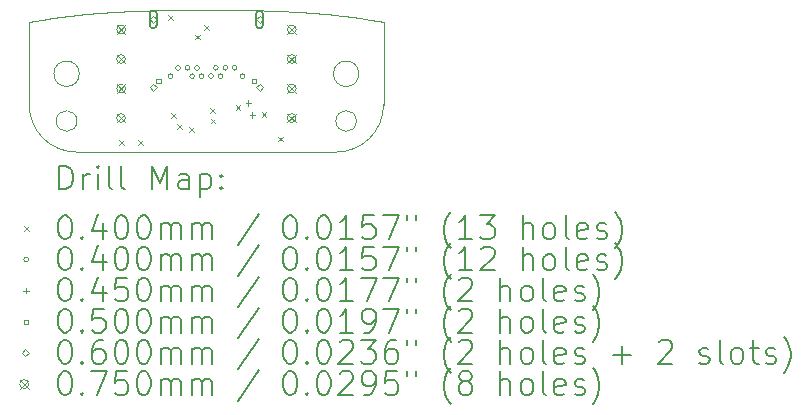
<source format=gbr>
%TF.GenerationSoftware,KiCad,Pcbnew,7.0.6*%
%TF.CreationDate,2023-11-30T13:43:51-08:00*%
%TF.ProjectId,UGC_USBC,5547435f-5553-4424-932e-6b696361645f,rev?*%
%TF.SameCoordinates,Original*%
%TF.FileFunction,Drillmap*%
%TF.FilePolarity,Positive*%
%FSLAX45Y45*%
G04 Gerber Fmt 4.5, Leading zero omitted, Abs format (unit mm)*
G04 Created by KiCad (PCBNEW 7.0.6) date 2023-11-30 13:43:51*
%MOMM*%
%LPD*%
G01*
G04 APERTURE LIST*
%ADD10C,0.100000*%
%ADD11C,0.200000*%
%ADD12C,0.040000*%
%ADD13C,0.045000*%
%ADD14C,0.050000*%
%ADD15C,0.060000*%
%ADD16C,0.075000*%
G04 APERTURE END LIST*
D10*
X23262791Y-14722825D02*
X23251231Y-14722606D01*
X23239664Y-14722396D01*
X23228091Y-14722196D01*
X23216512Y-14722005D01*
X23204927Y-14721823D01*
X23193338Y-14721650D01*
X23181743Y-14721485D01*
X23170144Y-14721330D01*
X23158542Y-14721182D01*
X23146936Y-14721043D01*
X23135327Y-14720912D01*
X23123715Y-14720789D01*
X23112102Y-14720674D01*
X23100486Y-14720566D01*
X23088870Y-14720465D01*
X23077252Y-14720372D01*
X23065635Y-14720285D01*
X23054017Y-14720206D01*
X23042400Y-14720133D01*
X23030784Y-14720067D01*
X23019169Y-14720006D01*
X23007556Y-14719953D01*
X22995945Y-14719905D01*
X22984337Y-14719862D01*
X22972732Y-14719826D01*
X22961131Y-14719795D01*
X22949533Y-14719769D01*
X22937940Y-14719748D01*
X22926352Y-14719732D01*
X22914768Y-14719721D01*
X22903191Y-14719715D01*
X22891620Y-14719712D01*
X23641462Y-14736654D02*
X23629674Y-14735993D01*
X23617882Y-14735349D01*
X23606085Y-14734721D01*
X23594286Y-14734110D01*
X23582482Y-14733515D01*
X23570675Y-14732936D01*
X23558864Y-14732373D01*
X23547049Y-14731825D01*
X23535232Y-14731293D01*
X23523411Y-14730776D01*
X23511587Y-14730274D01*
X23499761Y-14729787D01*
X23487931Y-14729314D01*
X23476099Y-14728856D01*
X23464264Y-14728412D01*
X23452427Y-14727982D01*
X23440587Y-14727565D01*
X23428745Y-14727162D01*
X23416902Y-14726773D01*
X23405056Y-14726396D01*
X23393208Y-14726033D01*
X23381358Y-14725682D01*
X23369507Y-14725343D01*
X23357654Y-14725017D01*
X23345800Y-14724703D01*
X23333944Y-14724401D01*
X23322088Y-14724110D01*
X23310230Y-14723831D01*
X23298371Y-14723563D01*
X23286512Y-14723307D01*
X23274652Y-14723061D01*
X23262791Y-14722825D01*
X24164109Y-14786773D02*
X24147776Y-14784477D01*
X24131486Y-14782237D01*
X24115235Y-14780054D01*
X24099019Y-14777924D01*
X24082834Y-14775849D01*
X24066675Y-14773826D01*
X24050538Y-14771855D01*
X24034418Y-14769935D01*
X24018311Y-14768065D01*
X24002214Y-14766244D01*
X23986120Y-14764470D01*
X23970027Y-14762744D01*
X23953929Y-14761064D01*
X23937823Y-14759429D01*
X23921703Y-14757839D01*
X23905567Y-14756292D01*
X23889408Y-14754787D01*
X23873224Y-14753323D01*
X23857009Y-14751900D01*
X23840759Y-14750517D01*
X23824470Y-14749172D01*
X23808138Y-14747865D01*
X23791758Y-14746594D01*
X23775325Y-14745359D01*
X23758836Y-14744159D01*
X23742286Y-14742993D01*
X23725670Y-14741860D01*
X23708985Y-14740759D01*
X23692226Y-14739688D01*
X23675389Y-14738648D01*
X23658469Y-14737637D01*
X23641462Y-14736654D01*
X24391620Y-14823854D02*
X24377402Y-14821264D01*
X24363194Y-14818711D01*
X24348994Y-14816194D01*
X24334800Y-14813715D01*
X24320609Y-14811272D01*
X24306419Y-14808866D01*
X24292228Y-14806496D01*
X24278034Y-14804162D01*
X24263834Y-14801864D01*
X24249627Y-14799602D01*
X24235411Y-14797376D01*
X24221183Y-14795185D01*
X24206941Y-14793029D01*
X24192683Y-14790909D01*
X24178406Y-14788823D01*
X24164109Y-14786773D01*
X24391620Y-15523854D02*
X24391620Y-14823854D01*
X23991620Y-15923854D02*
G75*
G03*
X24391620Y-15523854I0J400000D01*
G01*
X21791620Y-15923854D02*
X23991620Y-15923854D01*
X21391620Y-15523854D02*
G75*
G03*
X21791620Y-15923854I400000J0D01*
G01*
X21391620Y-14823854D02*
X21391620Y-15523854D01*
X22520449Y-14722825D02*
X22532009Y-14722606D01*
X22543575Y-14722396D01*
X22555149Y-14722196D01*
X22566728Y-14722005D01*
X22578312Y-14721823D01*
X22589902Y-14721650D01*
X22601497Y-14721485D01*
X22613096Y-14721330D01*
X22624698Y-14721182D01*
X22636304Y-14721043D01*
X22647913Y-14720912D01*
X22659525Y-14720789D01*
X22671138Y-14720674D01*
X22682754Y-14720566D01*
X22694370Y-14720465D01*
X22705987Y-14720372D01*
X22717605Y-14720285D01*
X22729223Y-14720206D01*
X22740840Y-14720133D01*
X22752456Y-14720067D01*
X22764071Y-14720006D01*
X22775684Y-14719953D01*
X22787295Y-14719905D01*
X22798903Y-14719862D01*
X22810508Y-14719826D01*
X22822109Y-14719795D01*
X22833707Y-14719769D01*
X22845300Y-14719748D01*
X22856888Y-14719732D01*
X22868471Y-14719721D01*
X22880049Y-14719715D01*
X22891620Y-14719712D01*
X22141778Y-14736654D02*
X22153566Y-14735993D01*
X22165358Y-14735349D01*
X22177154Y-14734721D01*
X22188954Y-14734110D01*
X22200758Y-14733515D01*
X22212565Y-14732936D01*
X22224376Y-14732373D01*
X22236190Y-14731825D01*
X22248008Y-14731293D01*
X22259829Y-14730776D01*
X22271652Y-14730274D01*
X22283479Y-14729787D01*
X22295309Y-14729314D01*
X22307141Y-14728856D01*
X22318976Y-14728412D01*
X22330813Y-14727982D01*
X22342653Y-14727565D01*
X22354494Y-14727162D01*
X22366338Y-14726773D01*
X22378184Y-14726396D01*
X22390032Y-14726033D01*
X22401882Y-14725682D01*
X22413733Y-14725343D01*
X22425586Y-14725017D01*
X22437440Y-14724703D01*
X22449295Y-14724401D01*
X22461152Y-14724110D01*
X22473010Y-14723831D01*
X22484868Y-14723563D01*
X22496728Y-14723307D01*
X22508588Y-14723061D01*
X22520449Y-14722825D01*
X21619131Y-14786773D02*
X21635464Y-14784477D01*
X21651754Y-14782237D01*
X21668005Y-14780054D01*
X21684221Y-14777924D01*
X21700406Y-14775849D01*
X21716565Y-14773826D01*
X21732702Y-14771855D01*
X21748822Y-14769935D01*
X21764929Y-14768065D01*
X21781026Y-14766244D01*
X21797120Y-14764470D01*
X21813213Y-14762744D01*
X21829311Y-14761064D01*
X21845417Y-14759429D01*
X21861536Y-14757839D01*
X21877673Y-14756292D01*
X21893832Y-14754787D01*
X21910016Y-14753323D01*
X21926231Y-14751900D01*
X21942481Y-14750517D01*
X21958770Y-14749172D01*
X21975102Y-14747865D01*
X21991482Y-14746594D01*
X22007915Y-14745359D01*
X22024404Y-14744159D01*
X22040954Y-14742993D01*
X22057569Y-14741860D01*
X22074254Y-14740759D01*
X22091014Y-14739688D01*
X22107851Y-14738648D01*
X22124771Y-14737637D01*
X22141778Y-14736654D01*
X21391620Y-14823854D02*
X21405838Y-14821264D01*
X21420045Y-14818711D01*
X21434246Y-14816194D01*
X21448440Y-14813715D01*
X21462631Y-14811272D01*
X21476821Y-14808866D01*
X21491012Y-14806496D01*
X21505206Y-14804162D01*
X21519406Y-14801864D01*
X21533612Y-14799602D01*
X21547829Y-14797376D01*
X21562057Y-14795185D01*
X21576299Y-14793029D01*
X21590557Y-14790909D01*
X21604834Y-14788823D01*
X21619131Y-14786773D01*
X21815834Y-15261240D02*
G75*
G03*
X21815834Y-15261240I-107500J0D01*
G01*
X21795834Y-15661240D02*
G75*
G03*
X21795834Y-15661240I-87500J0D01*
G01*
X24182406Y-15261240D02*
G75*
G03*
X24182406Y-15261240I-107500J0D01*
G01*
X24162406Y-15661240D02*
G75*
G03*
X24162406Y-15661240I-87500J0D01*
G01*
D11*
D12*
X22154200Y-15824520D02*
X22194200Y-15864520D01*
X22194200Y-15824520D02*
X22154200Y-15864520D01*
X22311680Y-15824520D02*
X22351680Y-15864520D01*
X22351680Y-15824520D02*
X22311680Y-15864520D01*
X22565680Y-14762800D02*
X22605680Y-14802800D01*
X22605680Y-14762800D02*
X22565680Y-14802800D01*
X22596160Y-15595920D02*
X22636160Y-15635920D01*
X22636160Y-15595920D02*
X22596160Y-15635920D01*
X22641880Y-15687360D02*
X22681880Y-15727360D01*
X22681880Y-15687360D02*
X22641880Y-15727360D01*
X22748560Y-15712760D02*
X22788560Y-15752760D01*
X22788560Y-15712760D02*
X22748560Y-15752760D01*
X22794280Y-14930440D02*
X22834280Y-14970440D01*
X22834280Y-14930440D02*
X22794280Y-14970440D01*
X22870480Y-14849160D02*
X22910480Y-14889160D01*
X22910480Y-14849160D02*
X22870480Y-14889160D01*
X22926360Y-15555280D02*
X22966360Y-15595280D01*
X22966360Y-15555280D02*
X22926360Y-15595280D01*
X22927283Y-15641640D02*
X22967283Y-15681640D01*
X22967283Y-15641640D02*
X22927283Y-15681640D01*
X23139910Y-15524998D02*
X23179910Y-15564998D01*
X23179910Y-15524998D02*
X23139910Y-15564998D01*
X23358865Y-15585635D02*
X23398865Y-15625635D01*
X23398865Y-15585635D02*
X23358865Y-15625635D01*
X23501184Y-15793696D02*
X23541184Y-15833696D01*
X23541184Y-15793696D02*
X23501184Y-15833696D01*
X22606618Y-15281240D02*
G75*
G03*
X22606618Y-15281240I-20000J0D01*
G01*
X22671618Y-15211240D02*
G75*
G03*
X22671618Y-15211240I-20000J0D01*
G01*
X22751618Y-15211240D02*
G75*
G03*
X22751618Y-15211240I-20000J0D01*
G01*
X22791618Y-15281240D02*
G75*
G03*
X22791618Y-15281240I-20000J0D01*
G01*
X22831618Y-15211240D02*
G75*
G03*
X22831618Y-15211240I-20000J0D01*
G01*
X22871618Y-15281240D02*
G75*
G03*
X22871618Y-15281240I-20000J0D01*
G01*
X22951618Y-15281240D02*
G75*
G03*
X22951618Y-15281240I-20000J0D01*
G01*
X22991618Y-15211240D02*
G75*
G03*
X22991618Y-15211240I-20000J0D01*
G01*
X23031618Y-15281240D02*
G75*
G03*
X23031618Y-15281240I-20000J0D01*
G01*
X23071618Y-15211240D02*
G75*
G03*
X23071618Y-15211240I-20000J0D01*
G01*
X23151618Y-15211240D02*
G75*
G03*
X23151618Y-15211240I-20000J0D01*
G01*
X23216618Y-15281240D02*
G75*
G03*
X23216618Y-15281240I-20000J0D01*
G01*
D13*
X23246080Y-15486740D02*
X23246080Y-15531740D01*
X23223580Y-15509240D02*
X23268580Y-15509240D01*
X23281141Y-15588278D02*
X23281141Y-15633278D01*
X23258641Y-15610778D02*
X23303641Y-15610778D01*
D14*
X22504296Y-15338918D02*
X22504296Y-15303562D01*
X22468940Y-15303562D01*
X22468940Y-15338918D01*
X22504296Y-15338918D01*
X23314296Y-15338918D02*
X23314296Y-15303562D01*
X23278940Y-15303562D01*
X23278940Y-15338918D01*
X23314296Y-15338918D01*
D15*
X22441618Y-14831240D02*
X22471618Y-14801240D01*
X22441618Y-14771240D01*
X22411618Y-14801240D01*
X22441618Y-14831240D01*
D11*
X22471618Y-14846240D02*
X22471618Y-14756240D01*
X22471618Y-14756240D02*
G75*
G03*
X22411618Y-14756240I-30000J0D01*
G01*
X22411618Y-14756240D02*
X22411618Y-14846240D01*
X22411618Y-14846240D02*
G75*
G03*
X22471618Y-14846240I30000J0D01*
G01*
D15*
X22441618Y-15406240D02*
X22471618Y-15376240D01*
X22441618Y-15346240D01*
X22411618Y-15376240D01*
X22441618Y-15406240D01*
X23341618Y-14831240D02*
X23371618Y-14801240D01*
X23341618Y-14771240D01*
X23311618Y-14801240D01*
X23341618Y-14831240D01*
D11*
X23371618Y-14846240D02*
X23371618Y-14756240D01*
X23371618Y-14756240D02*
G75*
G03*
X23311618Y-14756240I-30000J0D01*
G01*
X23311618Y-14756240D02*
X23311618Y-14846240D01*
X23311618Y-14846240D02*
G75*
G03*
X23371618Y-14846240I30000J0D01*
G01*
D15*
X23341618Y-15406240D02*
X23371618Y-15376240D01*
X23341618Y-15346240D01*
X23311618Y-15376240D01*
X23341618Y-15406240D01*
D16*
X22131620Y-14848740D02*
X22206620Y-14923740D01*
X22206620Y-14848740D02*
X22131620Y-14923740D01*
X22206620Y-14886240D02*
G75*
G03*
X22206620Y-14886240I-37500J0D01*
G01*
X22131620Y-15098740D02*
X22206620Y-15173740D01*
X22206620Y-15098740D02*
X22131620Y-15173740D01*
X22206620Y-15136240D02*
G75*
G03*
X22206620Y-15136240I-37500J0D01*
G01*
X22131620Y-15348740D02*
X22206620Y-15423740D01*
X22206620Y-15348740D02*
X22131620Y-15423740D01*
X22206620Y-15386240D02*
G75*
G03*
X22206620Y-15386240I-37500J0D01*
G01*
X22131620Y-15598740D02*
X22206620Y-15673740D01*
X22206620Y-15598740D02*
X22131620Y-15673740D01*
X22206620Y-15636240D02*
G75*
G03*
X22206620Y-15636240I-37500J0D01*
G01*
X23576620Y-14848740D02*
X23651620Y-14923740D01*
X23651620Y-14848740D02*
X23576620Y-14923740D01*
X23651620Y-14886240D02*
G75*
G03*
X23651620Y-14886240I-37500J0D01*
G01*
X23576620Y-15098740D02*
X23651620Y-15173740D01*
X23651620Y-15098740D02*
X23576620Y-15173740D01*
X23651620Y-15136240D02*
G75*
G03*
X23651620Y-15136240I-37500J0D01*
G01*
X23576620Y-15348740D02*
X23651620Y-15423740D01*
X23651620Y-15348740D02*
X23576620Y-15423740D01*
X23651620Y-15386240D02*
G75*
G03*
X23651620Y-15386240I-37500J0D01*
G01*
X23576620Y-15598740D02*
X23651620Y-15673740D01*
X23651620Y-15598740D02*
X23576620Y-15673740D01*
X23651620Y-15636240D02*
G75*
G03*
X23651620Y-15636240I-37500J0D01*
G01*
D11*
X21647397Y-16240338D02*
X21647397Y-16040338D01*
X21647397Y-16040338D02*
X21695016Y-16040338D01*
X21695016Y-16040338D02*
X21723587Y-16049862D01*
X21723587Y-16049862D02*
X21742635Y-16068909D01*
X21742635Y-16068909D02*
X21752159Y-16087957D01*
X21752159Y-16087957D02*
X21761683Y-16126052D01*
X21761683Y-16126052D02*
X21761683Y-16154623D01*
X21761683Y-16154623D02*
X21752159Y-16192719D01*
X21752159Y-16192719D02*
X21742635Y-16211766D01*
X21742635Y-16211766D02*
X21723587Y-16230814D01*
X21723587Y-16230814D02*
X21695016Y-16240338D01*
X21695016Y-16240338D02*
X21647397Y-16240338D01*
X21847397Y-16240338D02*
X21847397Y-16107004D01*
X21847397Y-16145100D02*
X21856921Y-16126052D01*
X21856921Y-16126052D02*
X21866444Y-16116528D01*
X21866444Y-16116528D02*
X21885492Y-16107004D01*
X21885492Y-16107004D02*
X21904540Y-16107004D01*
X21971206Y-16240338D02*
X21971206Y-16107004D01*
X21971206Y-16040338D02*
X21961683Y-16049862D01*
X21961683Y-16049862D02*
X21971206Y-16059385D01*
X21971206Y-16059385D02*
X21980730Y-16049862D01*
X21980730Y-16049862D02*
X21971206Y-16040338D01*
X21971206Y-16040338D02*
X21971206Y-16059385D01*
X22095016Y-16240338D02*
X22075968Y-16230814D01*
X22075968Y-16230814D02*
X22066444Y-16211766D01*
X22066444Y-16211766D02*
X22066444Y-16040338D01*
X22199778Y-16240338D02*
X22180730Y-16230814D01*
X22180730Y-16230814D02*
X22171206Y-16211766D01*
X22171206Y-16211766D02*
X22171206Y-16040338D01*
X22428349Y-16240338D02*
X22428349Y-16040338D01*
X22428349Y-16040338D02*
X22495016Y-16183195D01*
X22495016Y-16183195D02*
X22561682Y-16040338D01*
X22561682Y-16040338D02*
X22561682Y-16240338D01*
X22742635Y-16240338D02*
X22742635Y-16135576D01*
X22742635Y-16135576D02*
X22733111Y-16116528D01*
X22733111Y-16116528D02*
X22714063Y-16107004D01*
X22714063Y-16107004D02*
X22675968Y-16107004D01*
X22675968Y-16107004D02*
X22656921Y-16116528D01*
X22742635Y-16230814D02*
X22723587Y-16240338D01*
X22723587Y-16240338D02*
X22675968Y-16240338D01*
X22675968Y-16240338D02*
X22656921Y-16230814D01*
X22656921Y-16230814D02*
X22647397Y-16211766D01*
X22647397Y-16211766D02*
X22647397Y-16192719D01*
X22647397Y-16192719D02*
X22656921Y-16173671D01*
X22656921Y-16173671D02*
X22675968Y-16164147D01*
X22675968Y-16164147D02*
X22723587Y-16164147D01*
X22723587Y-16164147D02*
X22742635Y-16154623D01*
X22837873Y-16107004D02*
X22837873Y-16307004D01*
X22837873Y-16116528D02*
X22856921Y-16107004D01*
X22856921Y-16107004D02*
X22895016Y-16107004D01*
X22895016Y-16107004D02*
X22914063Y-16116528D01*
X22914063Y-16116528D02*
X22923587Y-16126052D01*
X22923587Y-16126052D02*
X22933111Y-16145100D01*
X22933111Y-16145100D02*
X22933111Y-16202242D01*
X22933111Y-16202242D02*
X22923587Y-16221290D01*
X22923587Y-16221290D02*
X22914063Y-16230814D01*
X22914063Y-16230814D02*
X22895016Y-16240338D01*
X22895016Y-16240338D02*
X22856921Y-16240338D01*
X22856921Y-16240338D02*
X22837873Y-16230814D01*
X23018825Y-16221290D02*
X23028349Y-16230814D01*
X23028349Y-16230814D02*
X23018825Y-16240338D01*
X23018825Y-16240338D02*
X23009302Y-16230814D01*
X23009302Y-16230814D02*
X23018825Y-16221290D01*
X23018825Y-16221290D02*
X23018825Y-16240338D01*
X23018825Y-16116528D02*
X23028349Y-16126052D01*
X23028349Y-16126052D02*
X23018825Y-16135576D01*
X23018825Y-16135576D02*
X23009302Y-16126052D01*
X23009302Y-16126052D02*
X23018825Y-16116528D01*
X23018825Y-16116528D02*
X23018825Y-16135576D01*
D12*
X21346620Y-16548854D02*
X21386620Y-16588854D01*
X21386620Y-16548854D02*
X21346620Y-16588854D01*
D11*
X21685492Y-16460338D02*
X21704540Y-16460338D01*
X21704540Y-16460338D02*
X21723587Y-16469862D01*
X21723587Y-16469862D02*
X21733111Y-16479385D01*
X21733111Y-16479385D02*
X21742635Y-16498433D01*
X21742635Y-16498433D02*
X21752159Y-16536528D01*
X21752159Y-16536528D02*
X21752159Y-16584147D01*
X21752159Y-16584147D02*
X21742635Y-16622242D01*
X21742635Y-16622242D02*
X21733111Y-16641290D01*
X21733111Y-16641290D02*
X21723587Y-16650814D01*
X21723587Y-16650814D02*
X21704540Y-16660338D01*
X21704540Y-16660338D02*
X21685492Y-16660338D01*
X21685492Y-16660338D02*
X21666444Y-16650814D01*
X21666444Y-16650814D02*
X21656921Y-16641290D01*
X21656921Y-16641290D02*
X21647397Y-16622242D01*
X21647397Y-16622242D02*
X21637873Y-16584147D01*
X21637873Y-16584147D02*
X21637873Y-16536528D01*
X21637873Y-16536528D02*
X21647397Y-16498433D01*
X21647397Y-16498433D02*
X21656921Y-16479385D01*
X21656921Y-16479385D02*
X21666444Y-16469862D01*
X21666444Y-16469862D02*
X21685492Y-16460338D01*
X21837873Y-16641290D02*
X21847397Y-16650814D01*
X21847397Y-16650814D02*
X21837873Y-16660338D01*
X21837873Y-16660338D02*
X21828349Y-16650814D01*
X21828349Y-16650814D02*
X21837873Y-16641290D01*
X21837873Y-16641290D02*
X21837873Y-16660338D01*
X22018825Y-16527004D02*
X22018825Y-16660338D01*
X21971206Y-16450814D02*
X21923587Y-16593671D01*
X21923587Y-16593671D02*
X22047397Y-16593671D01*
X22161683Y-16460338D02*
X22180730Y-16460338D01*
X22180730Y-16460338D02*
X22199778Y-16469862D01*
X22199778Y-16469862D02*
X22209302Y-16479385D01*
X22209302Y-16479385D02*
X22218825Y-16498433D01*
X22218825Y-16498433D02*
X22228349Y-16536528D01*
X22228349Y-16536528D02*
X22228349Y-16584147D01*
X22228349Y-16584147D02*
X22218825Y-16622242D01*
X22218825Y-16622242D02*
X22209302Y-16641290D01*
X22209302Y-16641290D02*
X22199778Y-16650814D01*
X22199778Y-16650814D02*
X22180730Y-16660338D01*
X22180730Y-16660338D02*
X22161683Y-16660338D01*
X22161683Y-16660338D02*
X22142635Y-16650814D01*
X22142635Y-16650814D02*
X22133111Y-16641290D01*
X22133111Y-16641290D02*
X22123587Y-16622242D01*
X22123587Y-16622242D02*
X22114064Y-16584147D01*
X22114064Y-16584147D02*
X22114064Y-16536528D01*
X22114064Y-16536528D02*
X22123587Y-16498433D01*
X22123587Y-16498433D02*
X22133111Y-16479385D01*
X22133111Y-16479385D02*
X22142635Y-16469862D01*
X22142635Y-16469862D02*
X22161683Y-16460338D01*
X22352159Y-16460338D02*
X22371206Y-16460338D01*
X22371206Y-16460338D02*
X22390254Y-16469862D01*
X22390254Y-16469862D02*
X22399778Y-16479385D01*
X22399778Y-16479385D02*
X22409302Y-16498433D01*
X22409302Y-16498433D02*
X22418825Y-16536528D01*
X22418825Y-16536528D02*
X22418825Y-16584147D01*
X22418825Y-16584147D02*
X22409302Y-16622242D01*
X22409302Y-16622242D02*
X22399778Y-16641290D01*
X22399778Y-16641290D02*
X22390254Y-16650814D01*
X22390254Y-16650814D02*
X22371206Y-16660338D01*
X22371206Y-16660338D02*
X22352159Y-16660338D01*
X22352159Y-16660338D02*
X22333111Y-16650814D01*
X22333111Y-16650814D02*
X22323587Y-16641290D01*
X22323587Y-16641290D02*
X22314064Y-16622242D01*
X22314064Y-16622242D02*
X22304540Y-16584147D01*
X22304540Y-16584147D02*
X22304540Y-16536528D01*
X22304540Y-16536528D02*
X22314064Y-16498433D01*
X22314064Y-16498433D02*
X22323587Y-16479385D01*
X22323587Y-16479385D02*
X22333111Y-16469862D01*
X22333111Y-16469862D02*
X22352159Y-16460338D01*
X22504540Y-16660338D02*
X22504540Y-16527004D01*
X22504540Y-16546052D02*
X22514063Y-16536528D01*
X22514063Y-16536528D02*
X22533111Y-16527004D01*
X22533111Y-16527004D02*
X22561683Y-16527004D01*
X22561683Y-16527004D02*
X22580730Y-16536528D01*
X22580730Y-16536528D02*
X22590254Y-16555576D01*
X22590254Y-16555576D02*
X22590254Y-16660338D01*
X22590254Y-16555576D02*
X22599778Y-16536528D01*
X22599778Y-16536528D02*
X22618825Y-16527004D01*
X22618825Y-16527004D02*
X22647397Y-16527004D01*
X22647397Y-16527004D02*
X22666444Y-16536528D01*
X22666444Y-16536528D02*
X22675968Y-16555576D01*
X22675968Y-16555576D02*
X22675968Y-16660338D01*
X22771206Y-16660338D02*
X22771206Y-16527004D01*
X22771206Y-16546052D02*
X22780730Y-16536528D01*
X22780730Y-16536528D02*
X22799778Y-16527004D01*
X22799778Y-16527004D02*
X22828349Y-16527004D01*
X22828349Y-16527004D02*
X22847397Y-16536528D01*
X22847397Y-16536528D02*
X22856921Y-16555576D01*
X22856921Y-16555576D02*
X22856921Y-16660338D01*
X22856921Y-16555576D02*
X22866444Y-16536528D01*
X22866444Y-16536528D02*
X22885492Y-16527004D01*
X22885492Y-16527004D02*
X22914063Y-16527004D01*
X22914063Y-16527004D02*
X22933111Y-16536528D01*
X22933111Y-16536528D02*
X22942635Y-16555576D01*
X22942635Y-16555576D02*
X22942635Y-16660338D01*
X23333111Y-16450814D02*
X23161683Y-16707957D01*
X23590254Y-16460338D02*
X23609302Y-16460338D01*
X23609302Y-16460338D02*
X23628349Y-16469862D01*
X23628349Y-16469862D02*
X23637873Y-16479385D01*
X23637873Y-16479385D02*
X23647397Y-16498433D01*
X23647397Y-16498433D02*
X23656921Y-16536528D01*
X23656921Y-16536528D02*
X23656921Y-16584147D01*
X23656921Y-16584147D02*
X23647397Y-16622242D01*
X23647397Y-16622242D02*
X23637873Y-16641290D01*
X23637873Y-16641290D02*
X23628349Y-16650814D01*
X23628349Y-16650814D02*
X23609302Y-16660338D01*
X23609302Y-16660338D02*
X23590254Y-16660338D01*
X23590254Y-16660338D02*
X23571206Y-16650814D01*
X23571206Y-16650814D02*
X23561683Y-16641290D01*
X23561683Y-16641290D02*
X23552159Y-16622242D01*
X23552159Y-16622242D02*
X23542635Y-16584147D01*
X23542635Y-16584147D02*
X23542635Y-16536528D01*
X23542635Y-16536528D02*
X23552159Y-16498433D01*
X23552159Y-16498433D02*
X23561683Y-16479385D01*
X23561683Y-16479385D02*
X23571206Y-16469862D01*
X23571206Y-16469862D02*
X23590254Y-16460338D01*
X23742635Y-16641290D02*
X23752159Y-16650814D01*
X23752159Y-16650814D02*
X23742635Y-16660338D01*
X23742635Y-16660338D02*
X23733111Y-16650814D01*
X23733111Y-16650814D02*
X23742635Y-16641290D01*
X23742635Y-16641290D02*
X23742635Y-16660338D01*
X23875968Y-16460338D02*
X23895016Y-16460338D01*
X23895016Y-16460338D02*
X23914064Y-16469862D01*
X23914064Y-16469862D02*
X23923587Y-16479385D01*
X23923587Y-16479385D02*
X23933111Y-16498433D01*
X23933111Y-16498433D02*
X23942635Y-16536528D01*
X23942635Y-16536528D02*
X23942635Y-16584147D01*
X23942635Y-16584147D02*
X23933111Y-16622242D01*
X23933111Y-16622242D02*
X23923587Y-16641290D01*
X23923587Y-16641290D02*
X23914064Y-16650814D01*
X23914064Y-16650814D02*
X23895016Y-16660338D01*
X23895016Y-16660338D02*
X23875968Y-16660338D01*
X23875968Y-16660338D02*
X23856921Y-16650814D01*
X23856921Y-16650814D02*
X23847397Y-16641290D01*
X23847397Y-16641290D02*
X23837873Y-16622242D01*
X23837873Y-16622242D02*
X23828349Y-16584147D01*
X23828349Y-16584147D02*
X23828349Y-16536528D01*
X23828349Y-16536528D02*
X23837873Y-16498433D01*
X23837873Y-16498433D02*
X23847397Y-16479385D01*
X23847397Y-16479385D02*
X23856921Y-16469862D01*
X23856921Y-16469862D02*
X23875968Y-16460338D01*
X24133111Y-16660338D02*
X24018826Y-16660338D01*
X24075968Y-16660338D02*
X24075968Y-16460338D01*
X24075968Y-16460338D02*
X24056921Y-16488909D01*
X24056921Y-16488909D02*
X24037873Y-16507957D01*
X24037873Y-16507957D02*
X24018826Y-16517481D01*
X24314064Y-16460338D02*
X24218826Y-16460338D01*
X24218826Y-16460338D02*
X24209302Y-16555576D01*
X24209302Y-16555576D02*
X24218826Y-16546052D01*
X24218826Y-16546052D02*
X24237873Y-16536528D01*
X24237873Y-16536528D02*
X24285492Y-16536528D01*
X24285492Y-16536528D02*
X24304540Y-16546052D01*
X24304540Y-16546052D02*
X24314064Y-16555576D01*
X24314064Y-16555576D02*
X24323587Y-16574623D01*
X24323587Y-16574623D02*
X24323587Y-16622242D01*
X24323587Y-16622242D02*
X24314064Y-16641290D01*
X24314064Y-16641290D02*
X24304540Y-16650814D01*
X24304540Y-16650814D02*
X24285492Y-16660338D01*
X24285492Y-16660338D02*
X24237873Y-16660338D01*
X24237873Y-16660338D02*
X24218826Y-16650814D01*
X24218826Y-16650814D02*
X24209302Y-16641290D01*
X24390254Y-16460338D02*
X24523587Y-16460338D01*
X24523587Y-16460338D02*
X24437873Y-16660338D01*
X24590254Y-16460338D02*
X24590254Y-16498433D01*
X24666445Y-16460338D02*
X24666445Y-16498433D01*
X24961683Y-16736528D02*
X24952159Y-16727004D01*
X24952159Y-16727004D02*
X24933111Y-16698433D01*
X24933111Y-16698433D02*
X24923588Y-16679385D01*
X24923588Y-16679385D02*
X24914064Y-16650814D01*
X24914064Y-16650814D02*
X24904540Y-16603195D01*
X24904540Y-16603195D02*
X24904540Y-16565100D01*
X24904540Y-16565100D02*
X24914064Y-16517481D01*
X24914064Y-16517481D02*
X24923588Y-16488909D01*
X24923588Y-16488909D02*
X24933111Y-16469862D01*
X24933111Y-16469862D02*
X24952159Y-16441290D01*
X24952159Y-16441290D02*
X24961683Y-16431766D01*
X25142635Y-16660338D02*
X25028349Y-16660338D01*
X25085492Y-16660338D02*
X25085492Y-16460338D01*
X25085492Y-16460338D02*
X25066445Y-16488909D01*
X25066445Y-16488909D02*
X25047397Y-16507957D01*
X25047397Y-16507957D02*
X25028349Y-16517481D01*
X25209302Y-16460338D02*
X25333111Y-16460338D01*
X25333111Y-16460338D02*
X25266445Y-16536528D01*
X25266445Y-16536528D02*
X25295016Y-16536528D01*
X25295016Y-16536528D02*
X25314064Y-16546052D01*
X25314064Y-16546052D02*
X25323588Y-16555576D01*
X25323588Y-16555576D02*
X25333111Y-16574623D01*
X25333111Y-16574623D02*
X25333111Y-16622242D01*
X25333111Y-16622242D02*
X25323588Y-16641290D01*
X25323588Y-16641290D02*
X25314064Y-16650814D01*
X25314064Y-16650814D02*
X25295016Y-16660338D01*
X25295016Y-16660338D02*
X25237873Y-16660338D01*
X25237873Y-16660338D02*
X25218826Y-16650814D01*
X25218826Y-16650814D02*
X25209302Y-16641290D01*
X25571207Y-16660338D02*
X25571207Y-16460338D01*
X25656921Y-16660338D02*
X25656921Y-16555576D01*
X25656921Y-16555576D02*
X25647397Y-16536528D01*
X25647397Y-16536528D02*
X25628350Y-16527004D01*
X25628350Y-16527004D02*
X25599778Y-16527004D01*
X25599778Y-16527004D02*
X25580730Y-16536528D01*
X25580730Y-16536528D02*
X25571207Y-16546052D01*
X25780730Y-16660338D02*
X25761683Y-16650814D01*
X25761683Y-16650814D02*
X25752159Y-16641290D01*
X25752159Y-16641290D02*
X25742635Y-16622242D01*
X25742635Y-16622242D02*
X25742635Y-16565100D01*
X25742635Y-16565100D02*
X25752159Y-16546052D01*
X25752159Y-16546052D02*
X25761683Y-16536528D01*
X25761683Y-16536528D02*
X25780730Y-16527004D01*
X25780730Y-16527004D02*
X25809302Y-16527004D01*
X25809302Y-16527004D02*
X25828350Y-16536528D01*
X25828350Y-16536528D02*
X25837873Y-16546052D01*
X25837873Y-16546052D02*
X25847397Y-16565100D01*
X25847397Y-16565100D02*
X25847397Y-16622242D01*
X25847397Y-16622242D02*
X25837873Y-16641290D01*
X25837873Y-16641290D02*
X25828350Y-16650814D01*
X25828350Y-16650814D02*
X25809302Y-16660338D01*
X25809302Y-16660338D02*
X25780730Y-16660338D01*
X25961683Y-16660338D02*
X25942635Y-16650814D01*
X25942635Y-16650814D02*
X25933111Y-16631766D01*
X25933111Y-16631766D02*
X25933111Y-16460338D01*
X26114064Y-16650814D02*
X26095016Y-16660338D01*
X26095016Y-16660338D02*
X26056921Y-16660338D01*
X26056921Y-16660338D02*
X26037873Y-16650814D01*
X26037873Y-16650814D02*
X26028350Y-16631766D01*
X26028350Y-16631766D02*
X26028350Y-16555576D01*
X26028350Y-16555576D02*
X26037873Y-16536528D01*
X26037873Y-16536528D02*
X26056921Y-16527004D01*
X26056921Y-16527004D02*
X26095016Y-16527004D01*
X26095016Y-16527004D02*
X26114064Y-16536528D01*
X26114064Y-16536528D02*
X26123588Y-16555576D01*
X26123588Y-16555576D02*
X26123588Y-16574623D01*
X26123588Y-16574623D02*
X26028350Y-16593671D01*
X26199778Y-16650814D02*
X26218826Y-16660338D01*
X26218826Y-16660338D02*
X26256921Y-16660338D01*
X26256921Y-16660338D02*
X26275969Y-16650814D01*
X26275969Y-16650814D02*
X26285492Y-16631766D01*
X26285492Y-16631766D02*
X26285492Y-16622242D01*
X26285492Y-16622242D02*
X26275969Y-16603195D01*
X26275969Y-16603195D02*
X26256921Y-16593671D01*
X26256921Y-16593671D02*
X26228350Y-16593671D01*
X26228350Y-16593671D02*
X26209302Y-16584147D01*
X26209302Y-16584147D02*
X26199778Y-16565100D01*
X26199778Y-16565100D02*
X26199778Y-16555576D01*
X26199778Y-16555576D02*
X26209302Y-16536528D01*
X26209302Y-16536528D02*
X26228350Y-16527004D01*
X26228350Y-16527004D02*
X26256921Y-16527004D01*
X26256921Y-16527004D02*
X26275969Y-16536528D01*
X26352159Y-16736528D02*
X26361683Y-16727004D01*
X26361683Y-16727004D02*
X26380731Y-16698433D01*
X26380731Y-16698433D02*
X26390254Y-16679385D01*
X26390254Y-16679385D02*
X26399778Y-16650814D01*
X26399778Y-16650814D02*
X26409302Y-16603195D01*
X26409302Y-16603195D02*
X26409302Y-16565100D01*
X26409302Y-16565100D02*
X26399778Y-16517481D01*
X26399778Y-16517481D02*
X26390254Y-16488909D01*
X26390254Y-16488909D02*
X26380731Y-16469862D01*
X26380731Y-16469862D02*
X26361683Y-16441290D01*
X26361683Y-16441290D02*
X26352159Y-16431766D01*
D12*
X21386620Y-16832854D02*
G75*
G03*
X21386620Y-16832854I-20000J0D01*
G01*
D11*
X21685492Y-16724338D02*
X21704540Y-16724338D01*
X21704540Y-16724338D02*
X21723587Y-16733862D01*
X21723587Y-16733862D02*
X21733111Y-16743385D01*
X21733111Y-16743385D02*
X21742635Y-16762433D01*
X21742635Y-16762433D02*
X21752159Y-16800528D01*
X21752159Y-16800528D02*
X21752159Y-16848147D01*
X21752159Y-16848147D02*
X21742635Y-16886243D01*
X21742635Y-16886243D02*
X21733111Y-16905290D01*
X21733111Y-16905290D02*
X21723587Y-16914814D01*
X21723587Y-16914814D02*
X21704540Y-16924338D01*
X21704540Y-16924338D02*
X21685492Y-16924338D01*
X21685492Y-16924338D02*
X21666444Y-16914814D01*
X21666444Y-16914814D02*
X21656921Y-16905290D01*
X21656921Y-16905290D02*
X21647397Y-16886243D01*
X21647397Y-16886243D02*
X21637873Y-16848147D01*
X21637873Y-16848147D02*
X21637873Y-16800528D01*
X21637873Y-16800528D02*
X21647397Y-16762433D01*
X21647397Y-16762433D02*
X21656921Y-16743385D01*
X21656921Y-16743385D02*
X21666444Y-16733862D01*
X21666444Y-16733862D02*
X21685492Y-16724338D01*
X21837873Y-16905290D02*
X21847397Y-16914814D01*
X21847397Y-16914814D02*
X21837873Y-16924338D01*
X21837873Y-16924338D02*
X21828349Y-16914814D01*
X21828349Y-16914814D02*
X21837873Y-16905290D01*
X21837873Y-16905290D02*
X21837873Y-16924338D01*
X22018825Y-16791004D02*
X22018825Y-16924338D01*
X21971206Y-16714814D02*
X21923587Y-16857671D01*
X21923587Y-16857671D02*
X22047397Y-16857671D01*
X22161683Y-16724338D02*
X22180730Y-16724338D01*
X22180730Y-16724338D02*
X22199778Y-16733862D01*
X22199778Y-16733862D02*
X22209302Y-16743385D01*
X22209302Y-16743385D02*
X22218825Y-16762433D01*
X22218825Y-16762433D02*
X22228349Y-16800528D01*
X22228349Y-16800528D02*
X22228349Y-16848147D01*
X22228349Y-16848147D02*
X22218825Y-16886243D01*
X22218825Y-16886243D02*
X22209302Y-16905290D01*
X22209302Y-16905290D02*
X22199778Y-16914814D01*
X22199778Y-16914814D02*
X22180730Y-16924338D01*
X22180730Y-16924338D02*
X22161683Y-16924338D01*
X22161683Y-16924338D02*
X22142635Y-16914814D01*
X22142635Y-16914814D02*
X22133111Y-16905290D01*
X22133111Y-16905290D02*
X22123587Y-16886243D01*
X22123587Y-16886243D02*
X22114064Y-16848147D01*
X22114064Y-16848147D02*
X22114064Y-16800528D01*
X22114064Y-16800528D02*
X22123587Y-16762433D01*
X22123587Y-16762433D02*
X22133111Y-16743385D01*
X22133111Y-16743385D02*
X22142635Y-16733862D01*
X22142635Y-16733862D02*
X22161683Y-16724338D01*
X22352159Y-16724338D02*
X22371206Y-16724338D01*
X22371206Y-16724338D02*
X22390254Y-16733862D01*
X22390254Y-16733862D02*
X22399778Y-16743385D01*
X22399778Y-16743385D02*
X22409302Y-16762433D01*
X22409302Y-16762433D02*
X22418825Y-16800528D01*
X22418825Y-16800528D02*
X22418825Y-16848147D01*
X22418825Y-16848147D02*
X22409302Y-16886243D01*
X22409302Y-16886243D02*
X22399778Y-16905290D01*
X22399778Y-16905290D02*
X22390254Y-16914814D01*
X22390254Y-16914814D02*
X22371206Y-16924338D01*
X22371206Y-16924338D02*
X22352159Y-16924338D01*
X22352159Y-16924338D02*
X22333111Y-16914814D01*
X22333111Y-16914814D02*
X22323587Y-16905290D01*
X22323587Y-16905290D02*
X22314064Y-16886243D01*
X22314064Y-16886243D02*
X22304540Y-16848147D01*
X22304540Y-16848147D02*
X22304540Y-16800528D01*
X22304540Y-16800528D02*
X22314064Y-16762433D01*
X22314064Y-16762433D02*
X22323587Y-16743385D01*
X22323587Y-16743385D02*
X22333111Y-16733862D01*
X22333111Y-16733862D02*
X22352159Y-16724338D01*
X22504540Y-16924338D02*
X22504540Y-16791004D01*
X22504540Y-16810052D02*
X22514063Y-16800528D01*
X22514063Y-16800528D02*
X22533111Y-16791004D01*
X22533111Y-16791004D02*
X22561683Y-16791004D01*
X22561683Y-16791004D02*
X22580730Y-16800528D01*
X22580730Y-16800528D02*
X22590254Y-16819576D01*
X22590254Y-16819576D02*
X22590254Y-16924338D01*
X22590254Y-16819576D02*
X22599778Y-16800528D01*
X22599778Y-16800528D02*
X22618825Y-16791004D01*
X22618825Y-16791004D02*
X22647397Y-16791004D01*
X22647397Y-16791004D02*
X22666444Y-16800528D01*
X22666444Y-16800528D02*
X22675968Y-16819576D01*
X22675968Y-16819576D02*
X22675968Y-16924338D01*
X22771206Y-16924338D02*
X22771206Y-16791004D01*
X22771206Y-16810052D02*
X22780730Y-16800528D01*
X22780730Y-16800528D02*
X22799778Y-16791004D01*
X22799778Y-16791004D02*
X22828349Y-16791004D01*
X22828349Y-16791004D02*
X22847397Y-16800528D01*
X22847397Y-16800528D02*
X22856921Y-16819576D01*
X22856921Y-16819576D02*
X22856921Y-16924338D01*
X22856921Y-16819576D02*
X22866444Y-16800528D01*
X22866444Y-16800528D02*
X22885492Y-16791004D01*
X22885492Y-16791004D02*
X22914063Y-16791004D01*
X22914063Y-16791004D02*
X22933111Y-16800528D01*
X22933111Y-16800528D02*
X22942635Y-16819576D01*
X22942635Y-16819576D02*
X22942635Y-16924338D01*
X23333111Y-16714814D02*
X23161683Y-16971957D01*
X23590254Y-16724338D02*
X23609302Y-16724338D01*
X23609302Y-16724338D02*
X23628349Y-16733862D01*
X23628349Y-16733862D02*
X23637873Y-16743385D01*
X23637873Y-16743385D02*
X23647397Y-16762433D01*
X23647397Y-16762433D02*
X23656921Y-16800528D01*
X23656921Y-16800528D02*
X23656921Y-16848147D01*
X23656921Y-16848147D02*
X23647397Y-16886243D01*
X23647397Y-16886243D02*
X23637873Y-16905290D01*
X23637873Y-16905290D02*
X23628349Y-16914814D01*
X23628349Y-16914814D02*
X23609302Y-16924338D01*
X23609302Y-16924338D02*
X23590254Y-16924338D01*
X23590254Y-16924338D02*
X23571206Y-16914814D01*
X23571206Y-16914814D02*
X23561683Y-16905290D01*
X23561683Y-16905290D02*
X23552159Y-16886243D01*
X23552159Y-16886243D02*
X23542635Y-16848147D01*
X23542635Y-16848147D02*
X23542635Y-16800528D01*
X23542635Y-16800528D02*
X23552159Y-16762433D01*
X23552159Y-16762433D02*
X23561683Y-16743385D01*
X23561683Y-16743385D02*
X23571206Y-16733862D01*
X23571206Y-16733862D02*
X23590254Y-16724338D01*
X23742635Y-16905290D02*
X23752159Y-16914814D01*
X23752159Y-16914814D02*
X23742635Y-16924338D01*
X23742635Y-16924338D02*
X23733111Y-16914814D01*
X23733111Y-16914814D02*
X23742635Y-16905290D01*
X23742635Y-16905290D02*
X23742635Y-16924338D01*
X23875968Y-16724338D02*
X23895016Y-16724338D01*
X23895016Y-16724338D02*
X23914064Y-16733862D01*
X23914064Y-16733862D02*
X23923587Y-16743385D01*
X23923587Y-16743385D02*
X23933111Y-16762433D01*
X23933111Y-16762433D02*
X23942635Y-16800528D01*
X23942635Y-16800528D02*
X23942635Y-16848147D01*
X23942635Y-16848147D02*
X23933111Y-16886243D01*
X23933111Y-16886243D02*
X23923587Y-16905290D01*
X23923587Y-16905290D02*
X23914064Y-16914814D01*
X23914064Y-16914814D02*
X23895016Y-16924338D01*
X23895016Y-16924338D02*
X23875968Y-16924338D01*
X23875968Y-16924338D02*
X23856921Y-16914814D01*
X23856921Y-16914814D02*
X23847397Y-16905290D01*
X23847397Y-16905290D02*
X23837873Y-16886243D01*
X23837873Y-16886243D02*
X23828349Y-16848147D01*
X23828349Y-16848147D02*
X23828349Y-16800528D01*
X23828349Y-16800528D02*
X23837873Y-16762433D01*
X23837873Y-16762433D02*
X23847397Y-16743385D01*
X23847397Y-16743385D02*
X23856921Y-16733862D01*
X23856921Y-16733862D02*
X23875968Y-16724338D01*
X24133111Y-16924338D02*
X24018826Y-16924338D01*
X24075968Y-16924338D02*
X24075968Y-16724338D01*
X24075968Y-16724338D02*
X24056921Y-16752909D01*
X24056921Y-16752909D02*
X24037873Y-16771957D01*
X24037873Y-16771957D02*
X24018826Y-16781481D01*
X24314064Y-16724338D02*
X24218826Y-16724338D01*
X24218826Y-16724338D02*
X24209302Y-16819576D01*
X24209302Y-16819576D02*
X24218826Y-16810052D01*
X24218826Y-16810052D02*
X24237873Y-16800528D01*
X24237873Y-16800528D02*
X24285492Y-16800528D01*
X24285492Y-16800528D02*
X24304540Y-16810052D01*
X24304540Y-16810052D02*
X24314064Y-16819576D01*
X24314064Y-16819576D02*
X24323587Y-16838624D01*
X24323587Y-16838624D02*
X24323587Y-16886243D01*
X24323587Y-16886243D02*
X24314064Y-16905290D01*
X24314064Y-16905290D02*
X24304540Y-16914814D01*
X24304540Y-16914814D02*
X24285492Y-16924338D01*
X24285492Y-16924338D02*
X24237873Y-16924338D01*
X24237873Y-16924338D02*
X24218826Y-16914814D01*
X24218826Y-16914814D02*
X24209302Y-16905290D01*
X24390254Y-16724338D02*
X24523587Y-16724338D01*
X24523587Y-16724338D02*
X24437873Y-16924338D01*
X24590254Y-16724338D02*
X24590254Y-16762433D01*
X24666445Y-16724338D02*
X24666445Y-16762433D01*
X24961683Y-17000528D02*
X24952159Y-16991004D01*
X24952159Y-16991004D02*
X24933111Y-16962433D01*
X24933111Y-16962433D02*
X24923588Y-16943385D01*
X24923588Y-16943385D02*
X24914064Y-16914814D01*
X24914064Y-16914814D02*
X24904540Y-16867195D01*
X24904540Y-16867195D02*
X24904540Y-16829100D01*
X24904540Y-16829100D02*
X24914064Y-16781481D01*
X24914064Y-16781481D02*
X24923588Y-16752909D01*
X24923588Y-16752909D02*
X24933111Y-16733862D01*
X24933111Y-16733862D02*
X24952159Y-16705290D01*
X24952159Y-16705290D02*
X24961683Y-16695766D01*
X25142635Y-16924338D02*
X25028349Y-16924338D01*
X25085492Y-16924338D02*
X25085492Y-16724338D01*
X25085492Y-16724338D02*
X25066445Y-16752909D01*
X25066445Y-16752909D02*
X25047397Y-16771957D01*
X25047397Y-16771957D02*
X25028349Y-16781481D01*
X25218826Y-16743385D02*
X25228349Y-16733862D01*
X25228349Y-16733862D02*
X25247397Y-16724338D01*
X25247397Y-16724338D02*
X25295016Y-16724338D01*
X25295016Y-16724338D02*
X25314064Y-16733862D01*
X25314064Y-16733862D02*
X25323588Y-16743385D01*
X25323588Y-16743385D02*
X25333111Y-16762433D01*
X25333111Y-16762433D02*
X25333111Y-16781481D01*
X25333111Y-16781481D02*
X25323588Y-16810052D01*
X25323588Y-16810052D02*
X25209302Y-16924338D01*
X25209302Y-16924338D02*
X25333111Y-16924338D01*
X25571207Y-16924338D02*
X25571207Y-16724338D01*
X25656921Y-16924338D02*
X25656921Y-16819576D01*
X25656921Y-16819576D02*
X25647397Y-16800528D01*
X25647397Y-16800528D02*
X25628350Y-16791004D01*
X25628350Y-16791004D02*
X25599778Y-16791004D01*
X25599778Y-16791004D02*
X25580730Y-16800528D01*
X25580730Y-16800528D02*
X25571207Y-16810052D01*
X25780730Y-16924338D02*
X25761683Y-16914814D01*
X25761683Y-16914814D02*
X25752159Y-16905290D01*
X25752159Y-16905290D02*
X25742635Y-16886243D01*
X25742635Y-16886243D02*
X25742635Y-16829100D01*
X25742635Y-16829100D02*
X25752159Y-16810052D01*
X25752159Y-16810052D02*
X25761683Y-16800528D01*
X25761683Y-16800528D02*
X25780730Y-16791004D01*
X25780730Y-16791004D02*
X25809302Y-16791004D01*
X25809302Y-16791004D02*
X25828350Y-16800528D01*
X25828350Y-16800528D02*
X25837873Y-16810052D01*
X25837873Y-16810052D02*
X25847397Y-16829100D01*
X25847397Y-16829100D02*
X25847397Y-16886243D01*
X25847397Y-16886243D02*
X25837873Y-16905290D01*
X25837873Y-16905290D02*
X25828350Y-16914814D01*
X25828350Y-16914814D02*
X25809302Y-16924338D01*
X25809302Y-16924338D02*
X25780730Y-16924338D01*
X25961683Y-16924338D02*
X25942635Y-16914814D01*
X25942635Y-16914814D02*
X25933111Y-16895766D01*
X25933111Y-16895766D02*
X25933111Y-16724338D01*
X26114064Y-16914814D02*
X26095016Y-16924338D01*
X26095016Y-16924338D02*
X26056921Y-16924338D01*
X26056921Y-16924338D02*
X26037873Y-16914814D01*
X26037873Y-16914814D02*
X26028350Y-16895766D01*
X26028350Y-16895766D02*
X26028350Y-16819576D01*
X26028350Y-16819576D02*
X26037873Y-16800528D01*
X26037873Y-16800528D02*
X26056921Y-16791004D01*
X26056921Y-16791004D02*
X26095016Y-16791004D01*
X26095016Y-16791004D02*
X26114064Y-16800528D01*
X26114064Y-16800528D02*
X26123588Y-16819576D01*
X26123588Y-16819576D02*
X26123588Y-16838624D01*
X26123588Y-16838624D02*
X26028350Y-16857671D01*
X26199778Y-16914814D02*
X26218826Y-16924338D01*
X26218826Y-16924338D02*
X26256921Y-16924338D01*
X26256921Y-16924338D02*
X26275969Y-16914814D01*
X26275969Y-16914814D02*
X26285492Y-16895766D01*
X26285492Y-16895766D02*
X26285492Y-16886243D01*
X26285492Y-16886243D02*
X26275969Y-16867195D01*
X26275969Y-16867195D02*
X26256921Y-16857671D01*
X26256921Y-16857671D02*
X26228350Y-16857671D01*
X26228350Y-16857671D02*
X26209302Y-16848147D01*
X26209302Y-16848147D02*
X26199778Y-16829100D01*
X26199778Y-16829100D02*
X26199778Y-16819576D01*
X26199778Y-16819576D02*
X26209302Y-16800528D01*
X26209302Y-16800528D02*
X26228350Y-16791004D01*
X26228350Y-16791004D02*
X26256921Y-16791004D01*
X26256921Y-16791004D02*
X26275969Y-16800528D01*
X26352159Y-17000528D02*
X26361683Y-16991004D01*
X26361683Y-16991004D02*
X26380731Y-16962433D01*
X26380731Y-16962433D02*
X26390254Y-16943385D01*
X26390254Y-16943385D02*
X26399778Y-16914814D01*
X26399778Y-16914814D02*
X26409302Y-16867195D01*
X26409302Y-16867195D02*
X26409302Y-16829100D01*
X26409302Y-16829100D02*
X26399778Y-16781481D01*
X26399778Y-16781481D02*
X26390254Y-16752909D01*
X26390254Y-16752909D02*
X26380731Y-16733862D01*
X26380731Y-16733862D02*
X26361683Y-16705290D01*
X26361683Y-16705290D02*
X26352159Y-16695766D01*
D13*
X21364120Y-17074354D02*
X21364120Y-17119354D01*
X21341620Y-17096854D02*
X21386620Y-17096854D01*
D11*
X21685492Y-16988338D02*
X21704540Y-16988338D01*
X21704540Y-16988338D02*
X21723587Y-16997862D01*
X21723587Y-16997862D02*
X21733111Y-17007385D01*
X21733111Y-17007385D02*
X21742635Y-17026433D01*
X21742635Y-17026433D02*
X21752159Y-17064528D01*
X21752159Y-17064528D02*
X21752159Y-17112147D01*
X21752159Y-17112147D02*
X21742635Y-17150243D01*
X21742635Y-17150243D02*
X21733111Y-17169290D01*
X21733111Y-17169290D02*
X21723587Y-17178814D01*
X21723587Y-17178814D02*
X21704540Y-17188338D01*
X21704540Y-17188338D02*
X21685492Y-17188338D01*
X21685492Y-17188338D02*
X21666444Y-17178814D01*
X21666444Y-17178814D02*
X21656921Y-17169290D01*
X21656921Y-17169290D02*
X21647397Y-17150243D01*
X21647397Y-17150243D02*
X21637873Y-17112147D01*
X21637873Y-17112147D02*
X21637873Y-17064528D01*
X21637873Y-17064528D02*
X21647397Y-17026433D01*
X21647397Y-17026433D02*
X21656921Y-17007385D01*
X21656921Y-17007385D02*
X21666444Y-16997862D01*
X21666444Y-16997862D02*
X21685492Y-16988338D01*
X21837873Y-17169290D02*
X21847397Y-17178814D01*
X21847397Y-17178814D02*
X21837873Y-17188338D01*
X21837873Y-17188338D02*
X21828349Y-17178814D01*
X21828349Y-17178814D02*
X21837873Y-17169290D01*
X21837873Y-17169290D02*
X21837873Y-17188338D01*
X22018825Y-17055004D02*
X22018825Y-17188338D01*
X21971206Y-16978814D02*
X21923587Y-17121671D01*
X21923587Y-17121671D02*
X22047397Y-17121671D01*
X22218825Y-16988338D02*
X22123587Y-16988338D01*
X22123587Y-16988338D02*
X22114064Y-17083576D01*
X22114064Y-17083576D02*
X22123587Y-17074052D01*
X22123587Y-17074052D02*
X22142635Y-17064528D01*
X22142635Y-17064528D02*
X22190254Y-17064528D01*
X22190254Y-17064528D02*
X22209302Y-17074052D01*
X22209302Y-17074052D02*
X22218825Y-17083576D01*
X22218825Y-17083576D02*
X22228349Y-17102624D01*
X22228349Y-17102624D02*
X22228349Y-17150243D01*
X22228349Y-17150243D02*
X22218825Y-17169290D01*
X22218825Y-17169290D02*
X22209302Y-17178814D01*
X22209302Y-17178814D02*
X22190254Y-17188338D01*
X22190254Y-17188338D02*
X22142635Y-17188338D01*
X22142635Y-17188338D02*
X22123587Y-17178814D01*
X22123587Y-17178814D02*
X22114064Y-17169290D01*
X22352159Y-16988338D02*
X22371206Y-16988338D01*
X22371206Y-16988338D02*
X22390254Y-16997862D01*
X22390254Y-16997862D02*
X22399778Y-17007385D01*
X22399778Y-17007385D02*
X22409302Y-17026433D01*
X22409302Y-17026433D02*
X22418825Y-17064528D01*
X22418825Y-17064528D02*
X22418825Y-17112147D01*
X22418825Y-17112147D02*
X22409302Y-17150243D01*
X22409302Y-17150243D02*
X22399778Y-17169290D01*
X22399778Y-17169290D02*
X22390254Y-17178814D01*
X22390254Y-17178814D02*
X22371206Y-17188338D01*
X22371206Y-17188338D02*
X22352159Y-17188338D01*
X22352159Y-17188338D02*
X22333111Y-17178814D01*
X22333111Y-17178814D02*
X22323587Y-17169290D01*
X22323587Y-17169290D02*
X22314064Y-17150243D01*
X22314064Y-17150243D02*
X22304540Y-17112147D01*
X22304540Y-17112147D02*
X22304540Y-17064528D01*
X22304540Y-17064528D02*
X22314064Y-17026433D01*
X22314064Y-17026433D02*
X22323587Y-17007385D01*
X22323587Y-17007385D02*
X22333111Y-16997862D01*
X22333111Y-16997862D02*
X22352159Y-16988338D01*
X22504540Y-17188338D02*
X22504540Y-17055004D01*
X22504540Y-17074052D02*
X22514063Y-17064528D01*
X22514063Y-17064528D02*
X22533111Y-17055004D01*
X22533111Y-17055004D02*
X22561683Y-17055004D01*
X22561683Y-17055004D02*
X22580730Y-17064528D01*
X22580730Y-17064528D02*
X22590254Y-17083576D01*
X22590254Y-17083576D02*
X22590254Y-17188338D01*
X22590254Y-17083576D02*
X22599778Y-17064528D01*
X22599778Y-17064528D02*
X22618825Y-17055004D01*
X22618825Y-17055004D02*
X22647397Y-17055004D01*
X22647397Y-17055004D02*
X22666444Y-17064528D01*
X22666444Y-17064528D02*
X22675968Y-17083576D01*
X22675968Y-17083576D02*
X22675968Y-17188338D01*
X22771206Y-17188338D02*
X22771206Y-17055004D01*
X22771206Y-17074052D02*
X22780730Y-17064528D01*
X22780730Y-17064528D02*
X22799778Y-17055004D01*
X22799778Y-17055004D02*
X22828349Y-17055004D01*
X22828349Y-17055004D02*
X22847397Y-17064528D01*
X22847397Y-17064528D02*
X22856921Y-17083576D01*
X22856921Y-17083576D02*
X22856921Y-17188338D01*
X22856921Y-17083576D02*
X22866444Y-17064528D01*
X22866444Y-17064528D02*
X22885492Y-17055004D01*
X22885492Y-17055004D02*
X22914063Y-17055004D01*
X22914063Y-17055004D02*
X22933111Y-17064528D01*
X22933111Y-17064528D02*
X22942635Y-17083576D01*
X22942635Y-17083576D02*
X22942635Y-17188338D01*
X23333111Y-16978814D02*
X23161683Y-17235957D01*
X23590254Y-16988338D02*
X23609302Y-16988338D01*
X23609302Y-16988338D02*
X23628349Y-16997862D01*
X23628349Y-16997862D02*
X23637873Y-17007385D01*
X23637873Y-17007385D02*
X23647397Y-17026433D01*
X23647397Y-17026433D02*
X23656921Y-17064528D01*
X23656921Y-17064528D02*
X23656921Y-17112147D01*
X23656921Y-17112147D02*
X23647397Y-17150243D01*
X23647397Y-17150243D02*
X23637873Y-17169290D01*
X23637873Y-17169290D02*
X23628349Y-17178814D01*
X23628349Y-17178814D02*
X23609302Y-17188338D01*
X23609302Y-17188338D02*
X23590254Y-17188338D01*
X23590254Y-17188338D02*
X23571206Y-17178814D01*
X23571206Y-17178814D02*
X23561683Y-17169290D01*
X23561683Y-17169290D02*
X23552159Y-17150243D01*
X23552159Y-17150243D02*
X23542635Y-17112147D01*
X23542635Y-17112147D02*
X23542635Y-17064528D01*
X23542635Y-17064528D02*
X23552159Y-17026433D01*
X23552159Y-17026433D02*
X23561683Y-17007385D01*
X23561683Y-17007385D02*
X23571206Y-16997862D01*
X23571206Y-16997862D02*
X23590254Y-16988338D01*
X23742635Y-17169290D02*
X23752159Y-17178814D01*
X23752159Y-17178814D02*
X23742635Y-17188338D01*
X23742635Y-17188338D02*
X23733111Y-17178814D01*
X23733111Y-17178814D02*
X23742635Y-17169290D01*
X23742635Y-17169290D02*
X23742635Y-17188338D01*
X23875968Y-16988338D02*
X23895016Y-16988338D01*
X23895016Y-16988338D02*
X23914064Y-16997862D01*
X23914064Y-16997862D02*
X23923587Y-17007385D01*
X23923587Y-17007385D02*
X23933111Y-17026433D01*
X23933111Y-17026433D02*
X23942635Y-17064528D01*
X23942635Y-17064528D02*
X23942635Y-17112147D01*
X23942635Y-17112147D02*
X23933111Y-17150243D01*
X23933111Y-17150243D02*
X23923587Y-17169290D01*
X23923587Y-17169290D02*
X23914064Y-17178814D01*
X23914064Y-17178814D02*
X23895016Y-17188338D01*
X23895016Y-17188338D02*
X23875968Y-17188338D01*
X23875968Y-17188338D02*
X23856921Y-17178814D01*
X23856921Y-17178814D02*
X23847397Y-17169290D01*
X23847397Y-17169290D02*
X23837873Y-17150243D01*
X23837873Y-17150243D02*
X23828349Y-17112147D01*
X23828349Y-17112147D02*
X23828349Y-17064528D01*
X23828349Y-17064528D02*
X23837873Y-17026433D01*
X23837873Y-17026433D02*
X23847397Y-17007385D01*
X23847397Y-17007385D02*
X23856921Y-16997862D01*
X23856921Y-16997862D02*
X23875968Y-16988338D01*
X24133111Y-17188338D02*
X24018826Y-17188338D01*
X24075968Y-17188338D02*
X24075968Y-16988338D01*
X24075968Y-16988338D02*
X24056921Y-17016909D01*
X24056921Y-17016909D02*
X24037873Y-17035957D01*
X24037873Y-17035957D02*
X24018826Y-17045481D01*
X24199778Y-16988338D02*
X24333111Y-16988338D01*
X24333111Y-16988338D02*
X24247397Y-17188338D01*
X24390254Y-16988338D02*
X24523587Y-16988338D01*
X24523587Y-16988338D02*
X24437873Y-17188338D01*
X24590254Y-16988338D02*
X24590254Y-17026433D01*
X24666445Y-16988338D02*
X24666445Y-17026433D01*
X24961683Y-17264528D02*
X24952159Y-17255004D01*
X24952159Y-17255004D02*
X24933111Y-17226433D01*
X24933111Y-17226433D02*
X24923588Y-17207385D01*
X24923588Y-17207385D02*
X24914064Y-17178814D01*
X24914064Y-17178814D02*
X24904540Y-17131195D01*
X24904540Y-17131195D02*
X24904540Y-17093100D01*
X24904540Y-17093100D02*
X24914064Y-17045481D01*
X24914064Y-17045481D02*
X24923588Y-17016909D01*
X24923588Y-17016909D02*
X24933111Y-16997862D01*
X24933111Y-16997862D02*
X24952159Y-16969290D01*
X24952159Y-16969290D02*
X24961683Y-16959766D01*
X25028349Y-17007385D02*
X25037873Y-16997862D01*
X25037873Y-16997862D02*
X25056921Y-16988338D01*
X25056921Y-16988338D02*
X25104540Y-16988338D01*
X25104540Y-16988338D02*
X25123588Y-16997862D01*
X25123588Y-16997862D02*
X25133111Y-17007385D01*
X25133111Y-17007385D02*
X25142635Y-17026433D01*
X25142635Y-17026433D02*
X25142635Y-17045481D01*
X25142635Y-17045481D02*
X25133111Y-17074052D01*
X25133111Y-17074052D02*
X25018826Y-17188338D01*
X25018826Y-17188338D02*
X25142635Y-17188338D01*
X25380730Y-17188338D02*
X25380730Y-16988338D01*
X25466445Y-17188338D02*
X25466445Y-17083576D01*
X25466445Y-17083576D02*
X25456921Y-17064528D01*
X25456921Y-17064528D02*
X25437873Y-17055004D01*
X25437873Y-17055004D02*
X25409302Y-17055004D01*
X25409302Y-17055004D02*
X25390254Y-17064528D01*
X25390254Y-17064528D02*
X25380730Y-17074052D01*
X25590254Y-17188338D02*
X25571207Y-17178814D01*
X25571207Y-17178814D02*
X25561683Y-17169290D01*
X25561683Y-17169290D02*
X25552159Y-17150243D01*
X25552159Y-17150243D02*
X25552159Y-17093100D01*
X25552159Y-17093100D02*
X25561683Y-17074052D01*
X25561683Y-17074052D02*
X25571207Y-17064528D01*
X25571207Y-17064528D02*
X25590254Y-17055004D01*
X25590254Y-17055004D02*
X25618826Y-17055004D01*
X25618826Y-17055004D02*
X25637873Y-17064528D01*
X25637873Y-17064528D02*
X25647397Y-17074052D01*
X25647397Y-17074052D02*
X25656921Y-17093100D01*
X25656921Y-17093100D02*
X25656921Y-17150243D01*
X25656921Y-17150243D02*
X25647397Y-17169290D01*
X25647397Y-17169290D02*
X25637873Y-17178814D01*
X25637873Y-17178814D02*
X25618826Y-17188338D01*
X25618826Y-17188338D02*
X25590254Y-17188338D01*
X25771207Y-17188338D02*
X25752159Y-17178814D01*
X25752159Y-17178814D02*
X25742635Y-17159766D01*
X25742635Y-17159766D02*
X25742635Y-16988338D01*
X25923588Y-17178814D02*
X25904540Y-17188338D01*
X25904540Y-17188338D02*
X25866445Y-17188338D01*
X25866445Y-17188338D02*
X25847397Y-17178814D01*
X25847397Y-17178814D02*
X25837873Y-17159766D01*
X25837873Y-17159766D02*
X25837873Y-17083576D01*
X25837873Y-17083576D02*
X25847397Y-17064528D01*
X25847397Y-17064528D02*
X25866445Y-17055004D01*
X25866445Y-17055004D02*
X25904540Y-17055004D01*
X25904540Y-17055004D02*
X25923588Y-17064528D01*
X25923588Y-17064528D02*
X25933111Y-17083576D01*
X25933111Y-17083576D02*
X25933111Y-17102624D01*
X25933111Y-17102624D02*
X25837873Y-17121671D01*
X26009302Y-17178814D02*
X26028350Y-17188338D01*
X26028350Y-17188338D02*
X26066445Y-17188338D01*
X26066445Y-17188338D02*
X26085492Y-17178814D01*
X26085492Y-17178814D02*
X26095016Y-17159766D01*
X26095016Y-17159766D02*
X26095016Y-17150243D01*
X26095016Y-17150243D02*
X26085492Y-17131195D01*
X26085492Y-17131195D02*
X26066445Y-17121671D01*
X26066445Y-17121671D02*
X26037873Y-17121671D01*
X26037873Y-17121671D02*
X26018826Y-17112147D01*
X26018826Y-17112147D02*
X26009302Y-17093100D01*
X26009302Y-17093100D02*
X26009302Y-17083576D01*
X26009302Y-17083576D02*
X26018826Y-17064528D01*
X26018826Y-17064528D02*
X26037873Y-17055004D01*
X26037873Y-17055004D02*
X26066445Y-17055004D01*
X26066445Y-17055004D02*
X26085492Y-17064528D01*
X26161683Y-17264528D02*
X26171207Y-17255004D01*
X26171207Y-17255004D02*
X26190254Y-17226433D01*
X26190254Y-17226433D02*
X26199778Y-17207385D01*
X26199778Y-17207385D02*
X26209302Y-17178814D01*
X26209302Y-17178814D02*
X26218826Y-17131195D01*
X26218826Y-17131195D02*
X26218826Y-17093100D01*
X26218826Y-17093100D02*
X26209302Y-17045481D01*
X26209302Y-17045481D02*
X26199778Y-17016909D01*
X26199778Y-17016909D02*
X26190254Y-16997862D01*
X26190254Y-16997862D02*
X26171207Y-16969290D01*
X26171207Y-16969290D02*
X26161683Y-16959766D01*
D14*
X21379298Y-17378532D02*
X21379298Y-17343176D01*
X21343942Y-17343176D01*
X21343942Y-17378532D01*
X21379298Y-17378532D01*
D11*
X21685492Y-17252338D02*
X21704540Y-17252338D01*
X21704540Y-17252338D02*
X21723587Y-17261862D01*
X21723587Y-17261862D02*
X21733111Y-17271385D01*
X21733111Y-17271385D02*
X21742635Y-17290433D01*
X21742635Y-17290433D02*
X21752159Y-17328528D01*
X21752159Y-17328528D02*
X21752159Y-17376147D01*
X21752159Y-17376147D02*
X21742635Y-17414243D01*
X21742635Y-17414243D02*
X21733111Y-17433290D01*
X21733111Y-17433290D02*
X21723587Y-17442814D01*
X21723587Y-17442814D02*
X21704540Y-17452338D01*
X21704540Y-17452338D02*
X21685492Y-17452338D01*
X21685492Y-17452338D02*
X21666444Y-17442814D01*
X21666444Y-17442814D02*
X21656921Y-17433290D01*
X21656921Y-17433290D02*
X21647397Y-17414243D01*
X21647397Y-17414243D02*
X21637873Y-17376147D01*
X21637873Y-17376147D02*
X21637873Y-17328528D01*
X21637873Y-17328528D02*
X21647397Y-17290433D01*
X21647397Y-17290433D02*
X21656921Y-17271385D01*
X21656921Y-17271385D02*
X21666444Y-17261862D01*
X21666444Y-17261862D02*
X21685492Y-17252338D01*
X21837873Y-17433290D02*
X21847397Y-17442814D01*
X21847397Y-17442814D02*
X21837873Y-17452338D01*
X21837873Y-17452338D02*
X21828349Y-17442814D01*
X21828349Y-17442814D02*
X21837873Y-17433290D01*
X21837873Y-17433290D02*
X21837873Y-17452338D01*
X22028349Y-17252338D02*
X21933111Y-17252338D01*
X21933111Y-17252338D02*
X21923587Y-17347576D01*
X21923587Y-17347576D02*
X21933111Y-17338052D01*
X21933111Y-17338052D02*
X21952159Y-17328528D01*
X21952159Y-17328528D02*
X21999778Y-17328528D01*
X21999778Y-17328528D02*
X22018825Y-17338052D01*
X22018825Y-17338052D02*
X22028349Y-17347576D01*
X22028349Y-17347576D02*
X22037873Y-17366624D01*
X22037873Y-17366624D02*
X22037873Y-17414243D01*
X22037873Y-17414243D02*
X22028349Y-17433290D01*
X22028349Y-17433290D02*
X22018825Y-17442814D01*
X22018825Y-17442814D02*
X21999778Y-17452338D01*
X21999778Y-17452338D02*
X21952159Y-17452338D01*
X21952159Y-17452338D02*
X21933111Y-17442814D01*
X21933111Y-17442814D02*
X21923587Y-17433290D01*
X22161683Y-17252338D02*
X22180730Y-17252338D01*
X22180730Y-17252338D02*
X22199778Y-17261862D01*
X22199778Y-17261862D02*
X22209302Y-17271385D01*
X22209302Y-17271385D02*
X22218825Y-17290433D01*
X22218825Y-17290433D02*
X22228349Y-17328528D01*
X22228349Y-17328528D02*
X22228349Y-17376147D01*
X22228349Y-17376147D02*
X22218825Y-17414243D01*
X22218825Y-17414243D02*
X22209302Y-17433290D01*
X22209302Y-17433290D02*
X22199778Y-17442814D01*
X22199778Y-17442814D02*
X22180730Y-17452338D01*
X22180730Y-17452338D02*
X22161683Y-17452338D01*
X22161683Y-17452338D02*
X22142635Y-17442814D01*
X22142635Y-17442814D02*
X22133111Y-17433290D01*
X22133111Y-17433290D02*
X22123587Y-17414243D01*
X22123587Y-17414243D02*
X22114064Y-17376147D01*
X22114064Y-17376147D02*
X22114064Y-17328528D01*
X22114064Y-17328528D02*
X22123587Y-17290433D01*
X22123587Y-17290433D02*
X22133111Y-17271385D01*
X22133111Y-17271385D02*
X22142635Y-17261862D01*
X22142635Y-17261862D02*
X22161683Y-17252338D01*
X22352159Y-17252338D02*
X22371206Y-17252338D01*
X22371206Y-17252338D02*
X22390254Y-17261862D01*
X22390254Y-17261862D02*
X22399778Y-17271385D01*
X22399778Y-17271385D02*
X22409302Y-17290433D01*
X22409302Y-17290433D02*
X22418825Y-17328528D01*
X22418825Y-17328528D02*
X22418825Y-17376147D01*
X22418825Y-17376147D02*
X22409302Y-17414243D01*
X22409302Y-17414243D02*
X22399778Y-17433290D01*
X22399778Y-17433290D02*
X22390254Y-17442814D01*
X22390254Y-17442814D02*
X22371206Y-17452338D01*
X22371206Y-17452338D02*
X22352159Y-17452338D01*
X22352159Y-17452338D02*
X22333111Y-17442814D01*
X22333111Y-17442814D02*
X22323587Y-17433290D01*
X22323587Y-17433290D02*
X22314064Y-17414243D01*
X22314064Y-17414243D02*
X22304540Y-17376147D01*
X22304540Y-17376147D02*
X22304540Y-17328528D01*
X22304540Y-17328528D02*
X22314064Y-17290433D01*
X22314064Y-17290433D02*
X22323587Y-17271385D01*
X22323587Y-17271385D02*
X22333111Y-17261862D01*
X22333111Y-17261862D02*
X22352159Y-17252338D01*
X22504540Y-17452338D02*
X22504540Y-17319004D01*
X22504540Y-17338052D02*
X22514063Y-17328528D01*
X22514063Y-17328528D02*
X22533111Y-17319004D01*
X22533111Y-17319004D02*
X22561683Y-17319004D01*
X22561683Y-17319004D02*
X22580730Y-17328528D01*
X22580730Y-17328528D02*
X22590254Y-17347576D01*
X22590254Y-17347576D02*
X22590254Y-17452338D01*
X22590254Y-17347576D02*
X22599778Y-17328528D01*
X22599778Y-17328528D02*
X22618825Y-17319004D01*
X22618825Y-17319004D02*
X22647397Y-17319004D01*
X22647397Y-17319004D02*
X22666444Y-17328528D01*
X22666444Y-17328528D02*
X22675968Y-17347576D01*
X22675968Y-17347576D02*
X22675968Y-17452338D01*
X22771206Y-17452338D02*
X22771206Y-17319004D01*
X22771206Y-17338052D02*
X22780730Y-17328528D01*
X22780730Y-17328528D02*
X22799778Y-17319004D01*
X22799778Y-17319004D02*
X22828349Y-17319004D01*
X22828349Y-17319004D02*
X22847397Y-17328528D01*
X22847397Y-17328528D02*
X22856921Y-17347576D01*
X22856921Y-17347576D02*
X22856921Y-17452338D01*
X22856921Y-17347576D02*
X22866444Y-17328528D01*
X22866444Y-17328528D02*
X22885492Y-17319004D01*
X22885492Y-17319004D02*
X22914063Y-17319004D01*
X22914063Y-17319004D02*
X22933111Y-17328528D01*
X22933111Y-17328528D02*
X22942635Y-17347576D01*
X22942635Y-17347576D02*
X22942635Y-17452338D01*
X23333111Y-17242814D02*
X23161683Y-17499957D01*
X23590254Y-17252338D02*
X23609302Y-17252338D01*
X23609302Y-17252338D02*
X23628349Y-17261862D01*
X23628349Y-17261862D02*
X23637873Y-17271385D01*
X23637873Y-17271385D02*
X23647397Y-17290433D01*
X23647397Y-17290433D02*
X23656921Y-17328528D01*
X23656921Y-17328528D02*
X23656921Y-17376147D01*
X23656921Y-17376147D02*
X23647397Y-17414243D01*
X23647397Y-17414243D02*
X23637873Y-17433290D01*
X23637873Y-17433290D02*
X23628349Y-17442814D01*
X23628349Y-17442814D02*
X23609302Y-17452338D01*
X23609302Y-17452338D02*
X23590254Y-17452338D01*
X23590254Y-17452338D02*
X23571206Y-17442814D01*
X23571206Y-17442814D02*
X23561683Y-17433290D01*
X23561683Y-17433290D02*
X23552159Y-17414243D01*
X23552159Y-17414243D02*
X23542635Y-17376147D01*
X23542635Y-17376147D02*
X23542635Y-17328528D01*
X23542635Y-17328528D02*
X23552159Y-17290433D01*
X23552159Y-17290433D02*
X23561683Y-17271385D01*
X23561683Y-17271385D02*
X23571206Y-17261862D01*
X23571206Y-17261862D02*
X23590254Y-17252338D01*
X23742635Y-17433290D02*
X23752159Y-17442814D01*
X23752159Y-17442814D02*
X23742635Y-17452338D01*
X23742635Y-17452338D02*
X23733111Y-17442814D01*
X23733111Y-17442814D02*
X23742635Y-17433290D01*
X23742635Y-17433290D02*
X23742635Y-17452338D01*
X23875968Y-17252338D02*
X23895016Y-17252338D01*
X23895016Y-17252338D02*
X23914064Y-17261862D01*
X23914064Y-17261862D02*
X23923587Y-17271385D01*
X23923587Y-17271385D02*
X23933111Y-17290433D01*
X23933111Y-17290433D02*
X23942635Y-17328528D01*
X23942635Y-17328528D02*
X23942635Y-17376147D01*
X23942635Y-17376147D02*
X23933111Y-17414243D01*
X23933111Y-17414243D02*
X23923587Y-17433290D01*
X23923587Y-17433290D02*
X23914064Y-17442814D01*
X23914064Y-17442814D02*
X23895016Y-17452338D01*
X23895016Y-17452338D02*
X23875968Y-17452338D01*
X23875968Y-17452338D02*
X23856921Y-17442814D01*
X23856921Y-17442814D02*
X23847397Y-17433290D01*
X23847397Y-17433290D02*
X23837873Y-17414243D01*
X23837873Y-17414243D02*
X23828349Y-17376147D01*
X23828349Y-17376147D02*
X23828349Y-17328528D01*
X23828349Y-17328528D02*
X23837873Y-17290433D01*
X23837873Y-17290433D02*
X23847397Y-17271385D01*
X23847397Y-17271385D02*
X23856921Y-17261862D01*
X23856921Y-17261862D02*
X23875968Y-17252338D01*
X24133111Y-17452338D02*
X24018826Y-17452338D01*
X24075968Y-17452338D02*
X24075968Y-17252338D01*
X24075968Y-17252338D02*
X24056921Y-17280909D01*
X24056921Y-17280909D02*
X24037873Y-17299957D01*
X24037873Y-17299957D02*
X24018826Y-17309481D01*
X24228349Y-17452338D02*
X24266445Y-17452338D01*
X24266445Y-17452338D02*
X24285492Y-17442814D01*
X24285492Y-17442814D02*
X24295016Y-17433290D01*
X24295016Y-17433290D02*
X24314064Y-17404719D01*
X24314064Y-17404719D02*
X24323587Y-17366624D01*
X24323587Y-17366624D02*
X24323587Y-17290433D01*
X24323587Y-17290433D02*
X24314064Y-17271385D01*
X24314064Y-17271385D02*
X24304540Y-17261862D01*
X24304540Y-17261862D02*
X24285492Y-17252338D01*
X24285492Y-17252338D02*
X24247397Y-17252338D01*
X24247397Y-17252338D02*
X24228349Y-17261862D01*
X24228349Y-17261862D02*
X24218826Y-17271385D01*
X24218826Y-17271385D02*
X24209302Y-17290433D01*
X24209302Y-17290433D02*
X24209302Y-17338052D01*
X24209302Y-17338052D02*
X24218826Y-17357100D01*
X24218826Y-17357100D02*
X24228349Y-17366624D01*
X24228349Y-17366624D02*
X24247397Y-17376147D01*
X24247397Y-17376147D02*
X24285492Y-17376147D01*
X24285492Y-17376147D02*
X24304540Y-17366624D01*
X24304540Y-17366624D02*
X24314064Y-17357100D01*
X24314064Y-17357100D02*
X24323587Y-17338052D01*
X24390254Y-17252338D02*
X24523587Y-17252338D01*
X24523587Y-17252338D02*
X24437873Y-17452338D01*
X24590254Y-17252338D02*
X24590254Y-17290433D01*
X24666445Y-17252338D02*
X24666445Y-17290433D01*
X24961683Y-17528528D02*
X24952159Y-17519004D01*
X24952159Y-17519004D02*
X24933111Y-17490433D01*
X24933111Y-17490433D02*
X24923588Y-17471385D01*
X24923588Y-17471385D02*
X24914064Y-17442814D01*
X24914064Y-17442814D02*
X24904540Y-17395195D01*
X24904540Y-17395195D02*
X24904540Y-17357100D01*
X24904540Y-17357100D02*
X24914064Y-17309481D01*
X24914064Y-17309481D02*
X24923588Y-17280909D01*
X24923588Y-17280909D02*
X24933111Y-17261862D01*
X24933111Y-17261862D02*
X24952159Y-17233290D01*
X24952159Y-17233290D02*
X24961683Y-17223766D01*
X25028349Y-17271385D02*
X25037873Y-17261862D01*
X25037873Y-17261862D02*
X25056921Y-17252338D01*
X25056921Y-17252338D02*
X25104540Y-17252338D01*
X25104540Y-17252338D02*
X25123588Y-17261862D01*
X25123588Y-17261862D02*
X25133111Y-17271385D01*
X25133111Y-17271385D02*
X25142635Y-17290433D01*
X25142635Y-17290433D02*
X25142635Y-17309481D01*
X25142635Y-17309481D02*
X25133111Y-17338052D01*
X25133111Y-17338052D02*
X25018826Y-17452338D01*
X25018826Y-17452338D02*
X25142635Y-17452338D01*
X25380730Y-17452338D02*
X25380730Y-17252338D01*
X25466445Y-17452338D02*
X25466445Y-17347576D01*
X25466445Y-17347576D02*
X25456921Y-17328528D01*
X25456921Y-17328528D02*
X25437873Y-17319004D01*
X25437873Y-17319004D02*
X25409302Y-17319004D01*
X25409302Y-17319004D02*
X25390254Y-17328528D01*
X25390254Y-17328528D02*
X25380730Y-17338052D01*
X25590254Y-17452338D02*
X25571207Y-17442814D01*
X25571207Y-17442814D02*
X25561683Y-17433290D01*
X25561683Y-17433290D02*
X25552159Y-17414243D01*
X25552159Y-17414243D02*
X25552159Y-17357100D01*
X25552159Y-17357100D02*
X25561683Y-17338052D01*
X25561683Y-17338052D02*
X25571207Y-17328528D01*
X25571207Y-17328528D02*
X25590254Y-17319004D01*
X25590254Y-17319004D02*
X25618826Y-17319004D01*
X25618826Y-17319004D02*
X25637873Y-17328528D01*
X25637873Y-17328528D02*
X25647397Y-17338052D01*
X25647397Y-17338052D02*
X25656921Y-17357100D01*
X25656921Y-17357100D02*
X25656921Y-17414243D01*
X25656921Y-17414243D02*
X25647397Y-17433290D01*
X25647397Y-17433290D02*
X25637873Y-17442814D01*
X25637873Y-17442814D02*
X25618826Y-17452338D01*
X25618826Y-17452338D02*
X25590254Y-17452338D01*
X25771207Y-17452338D02*
X25752159Y-17442814D01*
X25752159Y-17442814D02*
X25742635Y-17423766D01*
X25742635Y-17423766D02*
X25742635Y-17252338D01*
X25923588Y-17442814D02*
X25904540Y-17452338D01*
X25904540Y-17452338D02*
X25866445Y-17452338D01*
X25866445Y-17452338D02*
X25847397Y-17442814D01*
X25847397Y-17442814D02*
X25837873Y-17423766D01*
X25837873Y-17423766D02*
X25837873Y-17347576D01*
X25837873Y-17347576D02*
X25847397Y-17328528D01*
X25847397Y-17328528D02*
X25866445Y-17319004D01*
X25866445Y-17319004D02*
X25904540Y-17319004D01*
X25904540Y-17319004D02*
X25923588Y-17328528D01*
X25923588Y-17328528D02*
X25933111Y-17347576D01*
X25933111Y-17347576D02*
X25933111Y-17366624D01*
X25933111Y-17366624D02*
X25837873Y-17385671D01*
X26009302Y-17442814D02*
X26028350Y-17452338D01*
X26028350Y-17452338D02*
X26066445Y-17452338D01*
X26066445Y-17452338D02*
X26085492Y-17442814D01*
X26085492Y-17442814D02*
X26095016Y-17423766D01*
X26095016Y-17423766D02*
X26095016Y-17414243D01*
X26095016Y-17414243D02*
X26085492Y-17395195D01*
X26085492Y-17395195D02*
X26066445Y-17385671D01*
X26066445Y-17385671D02*
X26037873Y-17385671D01*
X26037873Y-17385671D02*
X26018826Y-17376147D01*
X26018826Y-17376147D02*
X26009302Y-17357100D01*
X26009302Y-17357100D02*
X26009302Y-17347576D01*
X26009302Y-17347576D02*
X26018826Y-17328528D01*
X26018826Y-17328528D02*
X26037873Y-17319004D01*
X26037873Y-17319004D02*
X26066445Y-17319004D01*
X26066445Y-17319004D02*
X26085492Y-17328528D01*
X26161683Y-17528528D02*
X26171207Y-17519004D01*
X26171207Y-17519004D02*
X26190254Y-17490433D01*
X26190254Y-17490433D02*
X26199778Y-17471385D01*
X26199778Y-17471385D02*
X26209302Y-17442814D01*
X26209302Y-17442814D02*
X26218826Y-17395195D01*
X26218826Y-17395195D02*
X26218826Y-17357100D01*
X26218826Y-17357100D02*
X26209302Y-17309481D01*
X26209302Y-17309481D02*
X26199778Y-17280909D01*
X26199778Y-17280909D02*
X26190254Y-17261862D01*
X26190254Y-17261862D02*
X26171207Y-17233290D01*
X26171207Y-17233290D02*
X26161683Y-17223766D01*
D15*
X21356620Y-17654854D02*
X21386620Y-17624854D01*
X21356620Y-17594854D01*
X21326620Y-17624854D01*
X21356620Y-17654854D01*
D11*
X21685492Y-17516338D02*
X21704540Y-17516338D01*
X21704540Y-17516338D02*
X21723587Y-17525862D01*
X21723587Y-17525862D02*
X21733111Y-17535385D01*
X21733111Y-17535385D02*
X21742635Y-17554433D01*
X21742635Y-17554433D02*
X21752159Y-17592528D01*
X21752159Y-17592528D02*
X21752159Y-17640147D01*
X21752159Y-17640147D02*
X21742635Y-17678243D01*
X21742635Y-17678243D02*
X21733111Y-17697290D01*
X21733111Y-17697290D02*
X21723587Y-17706814D01*
X21723587Y-17706814D02*
X21704540Y-17716338D01*
X21704540Y-17716338D02*
X21685492Y-17716338D01*
X21685492Y-17716338D02*
X21666444Y-17706814D01*
X21666444Y-17706814D02*
X21656921Y-17697290D01*
X21656921Y-17697290D02*
X21647397Y-17678243D01*
X21647397Y-17678243D02*
X21637873Y-17640147D01*
X21637873Y-17640147D02*
X21637873Y-17592528D01*
X21637873Y-17592528D02*
X21647397Y-17554433D01*
X21647397Y-17554433D02*
X21656921Y-17535385D01*
X21656921Y-17535385D02*
X21666444Y-17525862D01*
X21666444Y-17525862D02*
X21685492Y-17516338D01*
X21837873Y-17697290D02*
X21847397Y-17706814D01*
X21847397Y-17706814D02*
X21837873Y-17716338D01*
X21837873Y-17716338D02*
X21828349Y-17706814D01*
X21828349Y-17706814D02*
X21837873Y-17697290D01*
X21837873Y-17697290D02*
X21837873Y-17716338D01*
X22018825Y-17516338D02*
X21980730Y-17516338D01*
X21980730Y-17516338D02*
X21961683Y-17525862D01*
X21961683Y-17525862D02*
X21952159Y-17535385D01*
X21952159Y-17535385D02*
X21933111Y-17563957D01*
X21933111Y-17563957D02*
X21923587Y-17602052D01*
X21923587Y-17602052D02*
X21923587Y-17678243D01*
X21923587Y-17678243D02*
X21933111Y-17697290D01*
X21933111Y-17697290D02*
X21942635Y-17706814D01*
X21942635Y-17706814D02*
X21961683Y-17716338D01*
X21961683Y-17716338D02*
X21999778Y-17716338D01*
X21999778Y-17716338D02*
X22018825Y-17706814D01*
X22018825Y-17706814D02*
X22028349Y-17697290D01*
X22028349Y-17697290D02*
X22037873Y-17678243D01*
X22037873Y-17678243D02*
X22037873Y-17630624D01*
X22037873Y-17630624D02*
X22028349Y-17611576D01*
X22028349Y-17611576D02*
X22018825Y-17602052D01*
X22018825Y-17602052D02*
X21999778Y-17592528D01*
X21999778Y-17592528D02*
X21961683Y-17592528D01*
X21961683Y-17592528D02*
X21942635Y-17602052D01*
X21942635Y-17602052D02*
X21933111Y-17611576D01*
X21933111Y-17611576D02*
X21923587Y-17630624D01*
X22161683Y-17516338D02*
X22180730Y-17516338D01*
X22180730Y-17516338D02*
X22199778Y-17525862D01*
X22199778Y-17525862D02*
X22209302Y-17535385D01*
X22209302Y-17535385D02*
X22218825Y-17554433D01*
X22218825Y-17554433D02*
X22228349Y-17592528D01*
X22228349Y-17592528D02*
X22228349Y-17640147D01*
X22228349Y-17640147D02*
X22218825Y-17678243D01*
X22218825Y-17678243D02*
X22209302Y-17697290D01*
X22209302Y-17697290D02*
X22199778Y-17706814D01*
X22199778Y-17706814D02*
X22180730Y-17716338D01*
X22180730Y-17716338D02*
X22161683Y-17716338D01*
X22161683Y-17716338D02*
X22142635Y-17706814D01*
X22142635Y-17706814D02*
X22133111Y-17697290D01*
X22133111Y-17697290D02*
X22123587Y-17678243D01*
X22123587Y-17678243D02*
X22114064Y-17640147D01*
X22114064Y-17640147D02*
X22114064Y-17592528D01*
X22114064Y-17592528D02*
X22123587Y-17554433D01*
X22123587Y-17554433D02*
X22133111Y-17535385D01*
X22133111Y-17535385D02*
X22142635Y-17525862D01*
X22142635Y-17525862D02*
X22161683Y-17516338D01*
X22352159Y-17516338D02*
X22371206Y-17516338D01*
X22371206Y-17516338D02*
X22390254Y-17525862D01*
X22390254Y-17525862D02*
X22399778Y-17535385D01*
X22399778Y-17535385D02*
X22409302Y-17554433D01*
X22409302Y-17554433D02*
X22418825Y-17592528D01*
X22418825Y-17592528D02*
X22418825Y-17640147D01*
X22418825Y-17640147D02*
X22409302Y-17678243D01*
X22409302Y-17678243D02*
X22399778Y-17697290D01*
X22399778Y-17697290D02*
X22390254Y-17706814D01*
X22390254Y-17706814D02*
X22371206Y-17716338D01*
X22371206Y-17716338D02*
X22352159Y-17716338D01*
X22352159Y-17716338D02*
X22333111Y-17706814D01*
X22333111Y-17706814D02*
X22323587Y-17697290D01*
X22323587Y-17697290D02*
X22314064Y-17678243D01*
X22314064Y-17678243D02*
X22304540Y-17640147D01*
X22304540Y-17640147D02*
X22304540Y-17592528D01*
X22304540Y-17592528D02*
X22314064Y-17554433D01*
X22314064Y-17554433D02*
X22323587Y-17535385D01*
X22323587Y-17535385D02*
X22333111Y-17525862D01*
X22333111Y-17525862D02*
X22352159Y-17516338D01*
X22504540Y-17716338D02*
X22504540Y-17583004D01*
X22504540Y-17602052D02*
X22514063Y-17592528D01*
X22514063Y-17592528D02*
X22533111Y-17583004D01*
X22533111Y-17583004D02*
X22561683Y-17583004D01*
X22561683Y-17583004D02*
X22580730Y-17592528D01*
X22580730Y-17592528D02*
X22590254Y-17611576D01*
X22590254Y-17611576D02*
X22590254Y-17716338D01*
X22590254Y-17611576D02*
X22599778Y-17592528D01*
X22599778Y-17592528D02*
X22618825Y-17583004D01*
X22618825Y-17583004D02*
X22647397Y-17583004D01*
X22647397Y-17583004D02*
X22666444Y-17592528D01*
X22666444Y-17592528D02*
X22675968Y-17611576D01*
X22675968Y-17611576D02*
X22675968Y-17716338D01*
X22771206Y-17716338D02*
X22771206Y-17583004D01*
X22771206Y-17602052D02*
X22780730Y-17592528D01*
X22780730Y-17592528D02*
X22799778Y-17583004D01*
X22799778Y-17583004D02*
X22828349Y-17583004D01*
X22828349Y-17583004D02*
X22847397Y-17592528D01*
X22847397Y-17592528D02*
X22856921Y-17611576D01*
X22856921Y-17611576D02*
X22856921Y-17716338D01*
X22856921Y-17611576D02*
X22866444Y-17592528D01*
X22866444Y-17592528D02*
X22885492Y-17583004D01*
X22885492Y-17583004D02*
X22914063Y-17583004D01*
X22914063Y-17583004D02*
X22933111Y-17592528D01*
X22933111Y-17592528D02*
X22942635Y-17611576D01*
X22942635Y-17611576D02*
X22942635Y-17716338D01*
X23333111Y-17506814D02*
X23161683Y-17763957D01*
X23590254Y-17516338D02*
X23609302Y-17516338D01*
X23609302Y-17516338D02*
X23628349Y-17525862D01*
X23628349Y-17525862D02*
X23637873Y-17535385D01*
X23637873Y-17535385D02*
X23647397Y-17554433D01*
X23647397Y-17554433D02*
X23656921Y-17592528D01*
X23656921Y-17592528D02*
X23656921Y-17640147D01*
X23656921Y-17640147D02*
X23647397Y-17678243D01*
X23647397Y-17678243D02*
X23637873Y-17697290D01*
X23637873Y-17697290D02*
X23628349Y-17706814D01*
X23628349Y-17706814D02*
X23609302Y-17716338D01*
X23609302Y-17716338D02*
X23590254Y-17716338D01*
X23590254Y-17716338D02*
X23571206Y-17706814D01*
X23571206Y-17706814D02*
X23561683Y-17697290D01*
X23561683Y-17697290D02*
X23552159Y-17678243D01*
X23552159Y-17678243D02*
X23542635Y-17640147D01*
X23542635Y-17640147D02*
X23542635Y-17592528D01*
X23542635Y-17592528D02*
X23552159Y-17554433D01*
X23552159Y-17554433D02*
X23561683Y-17535385D01*
X23561683Y-17535385D02*
X23571206Y-17525862D01*
X23571206Y-17525862D02*
X23590254Y-17516338D01*
X23742635Y-17697290D02*
X23752159Y-17706814D01*
X23752159Y-17706814D02*
X23742635Y-17716338D01*
X23742635Y-17716338D02*
X23733111Y-17706814D01*
X23733111Y-17706814D02*
X23742635Y-17697290D01*
X23742635Y-17697290D02*
X23742635Y-17716338D01*
X23875968Y-17516338D02*
X23895016Y-17516338D01*
X23895016Y-17516338D02*
X23914064Y-17525862D01*
X23914064Y-17525862D02*
X23923587Y-17535385D01*
X23923587Y-17535385D02*
X23933111Y-17554433D01*
X23933111Y-17554433D02*
X23942635Y-17592528D01*
X23942635Y-17592528D02*
X23942635Y-17640147D01*
X23942635Y-17640147D02*
X23933111Y-17678243D01*
X23933111Y-17678243D02*
X23923587Y-17697290D01*
X23923587Y-17697290D02*
X23914064Y-17706814D01*
X23914064Y-17706814D02*
X23895016Y-17716338D01*
X23895016Y-17716338D02*
X23875968Y-17716338D01*
X23875968Y-17716338D02*
X23856921Y-17706814D01*
X23856921Y-17706814D02*
X23847397Y-17697290D01*
X23847397Y-17697290D02*
X23837873Y-17678243D01*
X23837873Y-17678243D02*
X23828349Y-17640147D01*
X23828349Y-17640147D02*
X23828349Y-17592528D01*
X23828349Y-17592528D02*
X23837873Y-17554433D01*
X23837873Y-17554433D02*
X23847397Y-17535385D01*
X23847397Y-17535385D02*
X23856921Y-17525862D01*
X23856921Y-17525862D02*
X23875968Y-17516338D01*
X24018826Y-17535385D02*
X24028349Y-17525862D01*
X24028349Y-17525862D02*
X24047397Y-17516338D01*
X24047397Y-17516338D02*
X24095016Y-17516338D01*
X24095016Y-17516338D02*
X24114064Y-17525862D01*
X24114064Y-17525862D02*
X24123587Y-17535385D01*
X24123587Y-17535385D02*
X24133111Y-17554433D01*
X24133111Y-17554433D02*
X24133111Y-17573481D01*
X24133111Y-17573481D02*
X24123587Y-17602052D01*
X24123587Y-17602052D02*
X24009302Y-17716338D01*
X24009302Y-17716338D02*
X24133111Y-17716338D01*
X24199778Y-17516338D02*
X24323587Y-17516338D01*
X24323587Y-17516338D02*
X24256921Y-17592528D01*
X24256921Y-17592528D02*
X24285492Y-17592528D01*
X24285492Y-17592528D02*
X24304540Y-17602052D01*
X24304540Y-17602052D02*
X24314064Y-17611576D01*
X24314064Y-17611576D02*
X24323587Y-17630624D01*
X24323587Y-17630624D02*
X24323587Y-17678243D01*
X24323587Y-17678243D02*
X24314064Y-17697290D01*
X24314064Y-17697290D02*
X24304540Y-17706814D01*
X24304540Y-17706814D02*
X24285492Y-17716338D01*
X24285492Y-17716338D02*
X24228349Y-17716338D01*
X24228349Y-17716338D02*
X24209302Y-17706814D01*
X24209302Y-17706814D02*
X24199778Y-17697290D01*
X24495016Y-17516338D02*
X24456921Y-17516338D01*
X24456921Y-17516338D02*
X24437873Y-17525862D01*
X24437873Y-17525862D02*
X24428349Y-17535385D01*
X24428349Y-17535385D02*
X24409302Y-17563957D01*
X24409302Y-17563957D02*
X24399778Y-17602052D01*
X24399778Y-17602052D02*
X24399778Y-17678243D01*
X24399778Y-17678243D02*
X24409302Y-17697290D01*
X24409302Y-17697290D02*
X24418826Y-17706814D01*
X24418826Y-17706814D02*
X24437873Y-17716338D01*
X24437873Y-17716338D02*
X24475968Y-17716338D01*
X24475968Y-17716338D02*
X24495016Y-17706814D01*
X24495016Y-17706814D02*
X24504540Y-17697290D01*
X24504540Y-17697290D02*
X24514064Y-17678243D01*
X24514064Y-17678243D02*
X24514064Y-17630624D01*
X24514064Y-17630624D02*
X24504540Y-17611576D01*
X24504540Y-17611576D02*
X24495016Y-17602052D01*
X24495016Y-17602052D02*
X24475968Y-17592528D01*
X24475968Y-17592528D02*
X24437873Y-17592528D01*
X24437873Y-17592528D02*
X24418826Y-17602052D01*
X24418826Y-17602052D02*
X24409302Y-17611576D01*
X24409302Y-17611576D02*
X24399778Y-17630624D01*
X24590254Y-17516338D02*
X24590254Y-17554433D01*
X24666445Y-17516338D02*
X24666445Y-17554433D01*
X24961683Y-17792528D02*
X24952159Y-17783004D01*
X24952159Y-17783004D02*
X24933111Y-17754433D01*
X24933111Y-17754433D02*
X24923588Y-17735385D01*
X24923588Y-17735385D02*
X24914064Y-17706814D01*
X24914064Y-17706814D02*
X24904540Y-17659195D01*
X24904540Y-17659195D02*
X24904540Y-17621100D01*
X24904540Y-17621100D02*
X24914064Y-17573481D01*
X24914064Y-17573481D02*
X24923588Y-17544909D01*
X24923588Y-17544909D02*
X24933111Y-17525862D01*
X24933111Y-17525862D02*
X24952159Y-17497290D01*
X24952159Y-17497290D02*
X24961683Y-17487766D01*
X25028349Y-17535385D02*
X25037873Y-17525862D01*
X25037873Y-17525862D02*
X25056921Y-17516338D01*
X25056921Y-17516338D02*
X25104540Y-17516338D01*
X25104540Y-17516338D02*
X25123588Y-17525862D01*
X25123588Y-17525862D02*
X25133111Y-17535385D01*
X25133111Y-17535385D02*
X25142635Y-17554433D01*
X25142635Y-17554433D02*
X25142635Y-17573481D01*
X25142635Y-17573481D02*
X25133111Y-17602052D01*
X25133111Y-17602052D02*
X25018826Y-17716338D01*
X25018826Y-17716338D02*
X25142635Y-17716338D01*
X25380730Y-17716338D02*
X25380730Y-17516338D01*
X25466445Y-17716338D02*
X25466445Y-17611576D01*
X25466445Y-17611576D02*
X25456921Y-17592528D01*
X25456921Y-17592528D02*
X25437873Y-17583004D01*
X25437873Y-17583004D02*
X25409302Y-17583004D01*
X25409302Y-17583004D02*
X25390254Y-17592528D01*
X25390254Y-17592528D02*
X25380730Y-17602052D01*
X25590254Y-17716338D02*
X25571207Y-17706814D01*
X25571207Y-17706814D02*
X25561683Y-17697290D01*
X25561683Y-17697290D02*
X25552159Y-17678243D01*
X25552159Y-17678243D02*
X25552159Y-17621100D01*
X25552159Y-17621100D02*
X25561683Y-17602052D01*
X25561683Y-17602052D02*
X25571207Y-17592528D01*
X25571207Y-17592528D02*
X25590254Y-17583004D01*
X25590254Y-17583004D02*
X25618826Y-17583004D01*
X25618826Y-17583004D02*
X25637873Y-17592528D01*
X25637873Y-17592528D02*
X25647397Y-17602052D01*
X25647397Y-17602052D02*
X25656921Y-17621100D01*
X25656921Y-17621100D02*
X25656921Y-17678243D01*
X25656921Y-17678243D02*
X25647397Y-17697290D01*
X25647397Y-17697290D02*
X25637873Y-17706814D01*
X25637873Y-17706814D02*
X25618826Y-17716338D01*
X25618826Y-17716338D02*
X25590254Y-17716338D01*
X25771207Y-17716338D02*
X25752159Y-17706814D01*
X25752159Y-17706814D02*
X25742635Y-17687766D01*
X25742635Y-17687766D02*
X25742635Y-17516338D01*
X25923588Y-17706814D02*
X25904540Y-17716338D01*
X25904540Y-17716338D02*
X25866445Y-17716338D01*
X25866445Y-17716338D02*
X25847397Y-17706814D01*
X25847397Y-17706814D02*
X25837873Y-17687766D01*
X25837873Y-17687766D02*
X25837873Y-17611576D01*
X25837873Y-17611576D02*
X25847397Y-17592528D01*
X25847397Y-17592528D02*
X25866445Y-17583004D01*
X25866445Y-17583004D02*
X25904540Y-17583004D01*
X25904540Y-17583004D02*
X25923588Y-17592528D01*
X25923588Y-17592528D02*
X25933111Y-17611576D01*
X25933111Y-17611576D02*
X25933111Y-17630624D01*
X25933111Y-17630624D02*
X25837873Y-17649671D01*
X26009302Y-17706814D02*
X26028350Y-17716338D01*
X26028350Y-17716338D02*
X26066445Y-17716338D01*
X26066445Y-17716338D02*
X26085492Y-17706814D01*
X26085492Y-17706814D02*
X26095016Y-17687766D01*
X26095016Y-17687766D02*
X26095016Y-17678243D01*
X26095016Y-17678243D02*
X26085492Y-17659195D01*
X26085492Y-17659195D02*
X26066445Y-17649671D01*
X26066445Y-17649671D02*
X26037873Y-17649671D01*
X26037873Y-17649671D02*
X26018826Y-17640147D01*
X26018826Y-17640147D02*
X26009302Y-17621100D01*
X26009302Y-17621100D02*
X26009302Y-17611576D01*
X26009302Y-17611576D02*
X26018826Y-17592528D01*
X26018826Y-17592528D02*
X26037873Y-17583004D01*
X26037873Y-17583004D02*
X26066445Y-17583004D01*
X26066445Y-17583004D02*
X26085492Y-17592528D01*
X26333112Y-17640147D02*
X26485493Y-17640147D01*
X26409302Y-17716338D02*
X26409302Y-17563957D01*
X26723588Y-17535385D02*
X26733112Y-17525862D01*
X26733112Y-17525862D02*
X26752159Y-17516338D01*
X26752159Y-17516338D02*
X26799778Y-17516338D01*
X26799778Y-17516338D02*
X26818826Y-17525862D01*
X26818826Y-17525862D02*
X26828350Y-17535385D01*
X26828350Y-17535385D02*
X26837873Y-17554433D01*
X26837873Y-17554433D02*
X26837873Y-17573481D01*
X26837873Y-17573481D02*
X26828350Y-17602052D01*
X26828350Y-17602052D02*
X26714064Y-17716338D01*
X26714064Y-17716338D02*
X26837873Y-17716338D01*
X27066445Y-17706814D02*
X27085493Y-17716338D01*
X27085493Y-17716338D02*
X27123588Y-17716338D01*
X27123588Y-17716338D02*
X27142635Y-17706814D01*
X27142635Y-17706814D02*
X27152159Y-17687766D01*
X27152159Y-17687766D02*
X27152159Y-17678243D01*
X27152159Y-17678243D02*
X27142635Y-17659195D01*
X27142635Y-17659195D02*
X27123588Y-17649671D01*
X27123588Y-17649671D02*
X27095016Y-17649671D01*
X27095016Y-17649671D02*
X27075969Y-17640147D01*
X27075969Y-17640147D02*
X27066445Y-17621100D01*
X27066445Y-17621100D02*
X27066445Y-17611576D01*
X27066445Y-17611576D02*
X27075969Y-17592528D01*
X27075969Y-17592528D02*
X27095016Y-17583004D01*
X27095016Y-17583004D02*
X27123588Y-17583004D01*
X27123588Y-17583004D02*
X27142635Y-17592528D01*
X27266445Y-17716338D02*
X27247397Y-17706814D01*
X27247397Y-17706814D02*
X27237874Y-17687766D01*
X27237874Y-17687766D02*
X27237874Y-17516338D01*
X27371207Y-17716338D02*
X27352159Y-17706814D01*
X27352159Y-17706814D02*
X27342635Y-17697290D01*
X27342635Y-17697290D02*
X27333112Y-17678243D01*
X27333112Y-17678243D02*
X27333112Y-17621100D01*
X27333112Y-17621100D02*
X27342635Y-17602052D01*
X27342635Y-17602052D02*
X27352159Y-17592528D01*
X27352159Y-17592528D02*
X27371207Y-17583004D01*
X27371207Y-17583004D02*
X27399778Y-17583004D01*
X27399778Y-17583004D02*
X27418826Y-17592528D01*
X27418826Y-17592528D02*
X27428350Y-17602052D01*
X27428350Y-17602052D02*
X27437874Y-17621100D01*
X27437874Y-17621100D02*
X27437874Y-17678243D01*
X27437874Y-17678243D02*
X27428350Y-17697290D01*
X27428350Y-17697290D02*
X27418826Y-17706814D01*
X27418826Y-17706814D02*
X27399778Y-17716338D01*
X27399778Y-17716338D02*
X27371207Y-17716338D01*
X27495016Y-17583004D02*
X27571207Y-17583004D01*
X27523588Y-17516338D02*
X27523588Y-17687766D01*
X27523588Y-17687766D02*
X27533112Y-17706814D01*
X27533112Y-17706814D02*
X27552159Y-17716338D01*
X27552159Y-17716338D02*
X27571207Y-17716338D01*
X27628350Y-17706814D02*
X27647397Y-17716338D01*
X27647397Y-17716338D02*
X27685493Y-17716338D01*
X27685493Y-17716338D02*
X27704540Y-17706814D01*
X27704540Y-17706814D02*
X27714064Y-17687766D01*
X27714064Y-17687766D02*
X27714064Y-17678243D01*
X27714064Y-17678243D02*
X27704540Y-17659195D01*
X27704540Y-17659195D02*
X27685493Y-17649671D01*
X27685493Y-17649671D02*
X27656921Y-17649671D01*
X27656921Y-17649671D02*
X27637874Y-17640147D01*
X27637874Y-17640147D02*
X27628350Y-17621100D01*
X27628350Y-17621100D02*
X27628350Y-17611576D01*
X27628350Y-17611576D02*
X27637874Y-17592528D01*
X27637874Y-17592528D02*
X27656921Y-17583004D01*
X27656921Y-17583004D02*
X27685493Y-17583004D01*
X27685493Y-17583004D02*
X27704540Y-17592528D01*
X27780731Y-17792528D02*
X27790255Y-17783004D01*
X27790255Y-17783004D02*
X27809302Y-17754433D01*
X27809302Y-17754433D02*
X27818826Y-17735385D01*
X27818826Y-17735385D02*
X27828350Y-17706814D01*
X27828350Y-17706814D02*
X27837874Y-17659195D01*
X27837874Y-17659195D02*
X27837874Y-17621100D01*
X27837874Y-17621100D02*
X27828350Y-17573481D01*
X27828350Y-17573481D02*
X27818826Y-17544909D01*
X27818826Y-17544909D02*
X27809302Y-17525862D01*
X27809302Y-17525862D02*
X27790255Y-17497290D01*
X27790255Y-17497290D02*
X27780731Y-17487766D01*
D16*
X21311620Y-17851354D02*
X21386620Y-17926354D01*
X21386620Y-17851354D02*
X21311620Y-17926354D01*
X21386620Y-17888854D02*
G75*
G03*
X21386620Y-17888854I-37500J0D01*
G01*
D11*
X21685492Y-17780338D02*
X21704540Y-17780338D01*
X21704540Y-17780338D02*
X21723587Y-17789862D01*
X21723587Y-17789862D02*
X21733111Y-17799385D01*
X21733111Y-17799385D02*
X21742635Y-17818433D01*
X21742635Y-17818433D02*
X21752159Y-17856528D01*
X21752159Y-17856528D02*
X21752159Y-17904147D01*
X21752159Y-17904147D02*
X21742635Y-17942243D01*
X21742635Y-17942243D02*
X21733111Y-17961290D01*
X21733111Y-17961290D02*
X21723587Y-17970814D01*
X21723587Y-17970814D02*
X21704540Y-17980338D01*
X21704540Y-17980338D02*
X21685492Y-17980338D01*
X21685492Y-17980338D02*
X21666444Y-17970814D01*
X21666444Y-17970814D02*
X21656921Y-17961290D01*
X21656921Y-17961290D02*
X21647397Y-17942243D01*
X21647397Y-17942243D02*
X21637873Y-17904147D01*
X21637873Y-17904147D02*
X21637873Y-17856528D01*
X21637873Y-17856528D02*
X21647397Y-17818433D01*
X21647397Y-17818433D02*
X21656921Y-17799385D01*
X21656921Y-17799385D02*
X21666444Y-17789862D01*
X21666444Y-17789862D02*
X21685492Y-17780338D01*
X21837873Y-17961290D02*
X21847397Y-17970814D01*
X21847397Y-17970814D02*
X21837873Y-17980338D01*
X21837873Y-17980338D02*
X21828349Y-17970814D01*
X21828349Y-17970814D02*
X21837873Y-17961290D01*
X21837873Y-17961290D02*
X21837873Y-17980338D01*
X21914064Y-17780338D02*
X22047397Y-17780338D01*
X22047397Y-17780338D02*
X21961683Y-17980338D01*
X22218825Y-17780338D02*
X22123587Y-17780338D01*
X22123587Y-17780338D02*
X22114064Y-17875576D01*
X22114064Y-17875576D02*
X22123587Y-17866052D01*
X22123587Y-17866052D02*
X22142635Y-17856528D01*
X22142635Y-17856528D02*
X22190254Y-17856528D01*
X22190254Y-17856528D02*
X22209302Y-17866052D01*
X22209302Y-17866052D02*
X22218825Y-17875576D01*
X22218825Y-17875576D02*
X22228349Y-17894624D01*
X22228349Y-17894624D02*
X22228349Y-17942243D01*
X22228349Y-17942243D02*
X22218825Y-17961290D01*
X22218825Y-17961290D02*
X22209302Y-17970814D01*
X22209302Y-17970814D02*
X22190254Y-17980338D01*
X22190254Y-17980338D02*
X22142635Y-17980338D01*
X22142635Y-17980338D02*
X22123587Y-17970814D01*
X22123587Y-17970814D02*
X22114064Y-17961290D01*
X22352159Y-17780338D02*
X22371206Y-17780338D01*
X22371206Y-17780338D02*
X22390254Y-17789862D01*
X22390254Y-17789862D02*
X22399778Y-17799385D01*
X22399778Y-17799385D02*
X22409302Y-17818433D01*
X22409302Y-17818433D02*
X22418825Y-17856528D01*
X22418825Y-17856528D02*
X22418825Y-17904147D01*
X22418825Y-17904147D02*
X22409302Y-17942243D01*
X22409302Y-17942243D02*
X22399778Y-17961290D01*
X22399778Y-17961290D02*
X22390254Y-17970814D01*
X22390254Y-17970814D02*
X22371206Y-17980338D01*
X22371206Y-17980338D02*
X22352159Y-17980338D01*
X22352159Y-17980338D02*
X22333111Y-17970814D01*
X22333111Y-17970814D02*
X22323587Y-17961290D01*
X22323587Y-17961290D02*
X22314064Y-17942243D01*
X22314064Y-17942243D02*
X22304540Y-17904147D01*
X22304540Y-17904147D02*
X22304540Y-17856528D01*
X22304540Y-17856528D02*
X22314064Y-17818433D01*
X22314064Y-17818433D02*
X22323587Y-17799385D01*
X22323587Y-17799385D02*
X22333111Y-17789862D01*
X22333111Y-17789862D02*
X22352159Y-17780338D01*
X22504540Y-17980338D02*
X22504540Y-17847004D01*
X22504540Y-17866052D02*
X22514063Y-17856528D01*
X22514063Y-17856528D02*
X22533111Y-17847004D01*
X22533111Y-17847004D02*
X22561683Y-17847004D01*
X22561683Y-17847004D02*
X22580730Y-17856528D01*
X22580730Y-17856528D02*
X22590254Y-17875576D01*
X22590254Y-17875576D02*
X22590254Y-17980338D01*
X22590254Y-17875576D02*
X22599778Y-17856528D01*
X22599778Y-17856528D02*
X22618825Y-17847004D01*
X22618825Y-17847004D02*
X22647397Y-17847004D01*
X22647397Y-17847004D02*
X22666444Y-17856528D01*
X22666444Y-17856528D02*
X22675968Y-17875576D01*
X22675968Y-17875576D02*
X22675968Y-17980338D01*
X22771206Y-17980338D02*
X22771206Y-17847004D01*
X22771206Y-17866052D02*
X22780730Y-17856528D01*
X22780730Y-17856528D02*
X22799778Y-17847004D01*
X22799778Y-17847004D02*
X22828349Y-17847004D01*
X22828349Y-17847004D02*
X22847397Y-17856528D01*
X22847397Y-17856528D02*
X22856921Y-17875576D01*
X22856921Y-17875576D02*
X22856921Y-17980338D01*
X22856921Y-17875576D02*
X22866444Y-17856528D01*
X22866444Y-17856528D02*
X22885492Y-17847004D01*
X22885492Y-17847004D02*
X22914063Y-17847004D01*
X22914063Y-17847004D02*
X22933111Y-17856528D01*
X22933111Y-17856528D02*
X22942635Y-17875576D01*
X22942635Y-17875576D02*
X22942635Y-17980338D01*
X23333111Y-17770814D02*
X23161683Y-18027957D01*
X23590254Y-17780338D02*
X23609302Y-17780338D01*
X23609302Y-17780338D02*
X23628349Y-17789862D01*
X23628349Y-17789862D02*
X23637873Y-17799385D01*
X23637873Y-17799385D02*
X23647397Y-17818433D01*
X23647397Y-17818433D02*
X23656921Y-17856528D01*
X23656921Y-17856528D02*
X23656921Y-17904147D01*
X23656921Y-17904147D02*
X23647397Y-17942243D01*
X23647397Y-17942243D02*
X23637873Y-17961290D01*
X23637873Y-17961290D02*
X23628349Y-17970814D01*
X23628349Y-17970814D02*
X23609302Y-17980338D01*
X23609302Y-17980338D02*
X23590254Y-17980338D01*
X23590254Y-17980338D02*
X23571206Y-17970814D01*
X23571206Y-17970814D02*
X23561683Y-17961290D01*
X23561683Y-17961290D02*
X23552159Y-17942243D01*
X23552159Y-17942243D02*
X23542635Y-17904147D01*
X23542635Y-17904147D02*
X23542635Y-17856528D01*
X23542635Y-17856528D02*
X23552159Y-17818433D01*
X23552159Y-17818433D02*
X23561683Y-17799385D01*
X23561683Y-17799385D02*
X23571206Y-17789862D01*
X23571206Y-17789862D02*
X23590254Y-17780338D01*
X23742635Y-17961290D02*
X23752159Y-17970814D01*
X23752159Y-17970814D02*
X23742635Y-17980338D01*
X23742635Y-17980338D02*
X23733111Y-17970814D01*
X23733111Y-17970814D02*
X23742635Y-17961290D01*
X23742635Y-17961290D02*
X23742635Y-17980338D01*
X23875968Y-17780338D02*
X23895016Y-17780338D01*
X23895016Y-17780338D02*
X23914064Y-17789862D01*
X23914064Y-17789862D02*
X23923587Y-17799385D01*
X23923587Y-17799385D02*
X23933111Y-17818433D01*
X23933111Y-17818433D02*
X23942635Y-17856528D01*
X23942635Y-17856528D02*
X23942635Y-17904147D01*
X23942635Y-17904147D02*
X23933111Y-17942243D01*
X23933111Y-17942243D02*
X23923587Y-17961290D01*
X23923587Y-17961290D02*
X23914064Y-17970814D01*
X23914064Y-17970814D02*
X23895016Y-17980338D01*
X23895016Y-17980338D02*
X23875968Y-17980338D01*
X23875968Y-17980338D02*
X23856921Y-17970814D01*
X23856921Y-17970814D02*
X23847397Y-17961290D01*
X23847397Y-17961290D02*
X23837873Y-17942243D01*
X23837873Y-17942243D02*
X23828349Y-17904147D01*
X23828349Y-17904147D02*
X23828349Y-17856528D01*
X23828349Y-17856528D02*
X23837873Y-17818433D01*
X23837873Y-17818433D02*
X23847397Y-17799385D01*
X23847397Y-17799385D02*
X23856921Y-17789862D01*
X23856921Y-17789862D02*
X23875968Y-17780338D01*
X24018826Y-17799385D02*
X24028349Y-17789862D01*
X24028349Y-17789862D02*
X24047397Y-17780338D01*
X24047397Y-17780338D02*
X24095016Y-17780338D01*
X24095016Y-17780338D02*
X24114064Y-17789862D01*
X24114064Y-17789862D02*
X24123587Y-17799385D01*
X24123587Y-17799385D02*
X24133111Y-17818433D01*
X24133111Y-17818433D02*
X24133111Y-17837481D01*
X24133111Y-17837481D02*
X24123587Y-17866052D01*
X24123587Y-17866052D02*
X24009302Y-17980338D01*
X24009302Y-17980338D02*
X24133111Y-17980338D01*
X24228349Y-17980338D02*
X24266445Y-17980338D01*
X24266445Y-17980338D02*
X24285492Y-17970814D01*
X24285492Y-17970814D02*
X24295016Y-17961290D01*
X24295016Y-17961290D02*
X24314064Y-17932719D01*
X24314064Y-17932719D02*
X24323587Y-17894624D01*
X24323587Y-17894624D02*
X24323587Y-17818433D01*
X24323587Y-17818433D02*
X24314064Y-17799385D01*
X24314064Y-17799385D02*
X24304540Y-17789862D01*
X24304540Y-17789862D02*
X24285492Y-17780338D01*
X24285492Y-17780338D02*
X24247397Y-17780338D01*
X24247397Y-17780338D02*
X24228349Y-17789862D01*
X24228349Y-17789862D02*
X24218826Y-17799385D01*
X24218826Y-17799385D02*
X24209302Y-17818433D01*
X24209302Y-17818433D02*
X24209302Y-17866052D01*
X24209302Y-17866052D02*
X24218826Y-17885100D01*
X24218826Y-17885100D02*
X24228349Y-17894624D01*
X24228349Y-17894624D02*
X24247397Y-17904147D01*
X24247397Y-17904147D02*
X24285492Y-17904147D01*
X24285492Y-17904147D02*
X24304540Y-17894624D01*
X24304540Y-17894624D02*
X24314064Y-17885100D01*
X24314064Y-17885100D02*
X24323587Y-17866052D01*
X24504540Y-17780338D02*
X24409302Y-17780338D01*
X24409302Y-17780338D02*
X24399778Y-17875576D01*
X24399778Y-17875576D02*
X24409302Y-17866052D01*
X24409302Y-17866052D02*
X24428349Y-17856528D01*
X24428349Y-17856528D02*
X24475968Y-17856528D01*
X24475968Y-17856528D02*
X24495016Y-17866052D01*
X24495016Y-17866052D02*
X24504540Y-17875576D01*
X24504540Y-17875576D02*
X24514064Y-17894624D01*
X24514064Y-17894624D02*
X24514064Y-17942243D01*
X24514064Y-17942243D02*
X24504540Y-17961290D01*
X24504540Y-17961290D02*
X24495016Y-17970814D01*
X24495016Y-17970814D02*
X24475968Y-17980338D01*
X24475968Y-17980338D02*
X24428349Y-17980338D01*
X24428349Y-17980338D02*
X24409302Y-17970814D01*
X24409302Y-17970814D02*
X24399778Y-17961290D01*
X24590254Y-17780338D02*
X24590254Y-17818433D01*
X24666445Y-17780338D02*
X24666445Y-17818433D01*
X24961683Y-18056528D02*
X24952159Y-18047004D01*
X24952159Y-18047004D02*
X24933111Y-18018433D01*
X24933111Y-18018433D02*
X24923588Y-17999385D01*
X24923588Y-17999385D02*
X24914064Y-17970814D01*
X24914064Y-17970814D02*
X24904540Y-17923195D01*
X24904540Y-17923195D02*
X24904540Y-17885100D01*
X24904540Y-17885100D02*
X24914064Y-17837481D01*
X24914064Y-17837481D02*
X24923588Y-17808909D01*
X24923588Y-17808909D02*
X24933111Y-17789862D01*
X24933111Y-17789862D02*
X24952159Y-17761290D01*
X24952159Y-17761290D02*
X24961683Y-17751766D01*
X25066445Y-17866052D02*
X25047397Y-17856528D01*
X25047397Y-17856528D02*
X25037873Y-17847004D01*
X25037873Y-17847004D02*
X25028349Y-17827957D01*
X25028349Y-17827957D02*
X25028349Y-17818433D01*
X25028349Y-17818433D02*
X25037873Y-17799385D01*
X25037873Y-17799385D02*
X25047397Y-17789862D01*
X25047397Y-17789862D02*
X25066445Y-17780338D01*
X25066445Y-17780338D02*
X25104540Y-17780338D01*
X25104540Y-17780338D02*
X25123588Y-17789862D01*
X25123588Y-17789862D02*
X25133111Y-17799385D01*
X25133111Y-17799385D02*
X25142635Y-17818433D01*
X25142635Y-17818433D02*
X25142635Y-17827957D01*
X25142635Y-17827957D02*
X25133111Y-17847004D01*
X25133111Y-17847004D02*
X25123588Y-17856528D01*
X25123588Y-17856528D02*
X25104540Y-17866052D01*
X25104540Y-17866052D02*
X25066445Y-17866052D01*
X25066445Y-17866052D02*
X25047397Y-17875576D01*
X25047397Y-17875576D02*
X25037873Y-17885100D01*
X25037873Y-17885100D02*
X25028349Y-17904147D01*
X25028349Y-17904147D02*
X25028349Y-17942243D01*
X25028349Y-17942243D02*
X25037873Y-17961290D01*
X25037873Y-17961290D02*
X25047397Y-17970814D01*
X25047397Y-17970814D02*
X25066445Y-17980338D01*
X25066445Y-17980338D02*
X25104540Y-17980338D01*
X25104540Y-17980338D02*
X25123588Y-17970814D01*
X25123588Y-17970814D02*
X25133111Y-17961290D01*
X25133111Y-17961290D02*
X25142635Y-17942243D01*
X25142635Y-17942243D02*
X25142635Y-17904147D01*
X25142635Y-17904147D02*
X25133111Y-17885100D01*
X25133111Y-17885100D02*
X25123588Y-17875576D01*
X25123588Y-17875576D02*
X25104540Y-17866052D01*
X25380730Y-17980338D02*
X25380730Y-17780338D01*
X25466445Y-17980338D02*
X25466445Y-17875576D01*
X25466445Y-17875576D02*
X25456921Y-17856528D01*
X25456921Y-17856528D02*
X25437873Y-17847004D01*
X25437873Y-17847004D02*
X25409302Y-17847004D01*
X25409302Y-17847004D02*
X25390254Y-17856528D01*
X25390254Y-17856528D02*
X25380730Y-17866052D01*
X25590254Y-17980338D02*
X25571207Y-17970814D01*
X25571207Y-17970814D02*
X25561683Y-17961290D01*
X25561683Y-17961290D02*
X25552159Y-17942243D01*
X25552159Y-17942243D02*
X25552159Y-17885100D01*
X25552159Y-17885100D02*
X25561683Y-17866052D01*
X25561683Y-17866052D02*
X25571207Y-17856528D01*
X25571207Y-17856528D02*
X25590254Y-17847004D01*
X25590254Y-17847004D02*
X25618826Y-17847004D01*
X25618826Y-17847004D02*
X25637873Y-17856528D01*
X25637873Y-17856528D02*
X25647397Y-17866052D01*
X25647397Y-17866052D02*
X25656921Y-17885100D01*
X25656921Y-17885100D02*
X25656921Y-17942243D01*
X25656921Y-17942243D02*
X25647397Y-17961290D01*
X25647397Y-17961290D02*
X25637873Y-17970814D01*
X25637873Y-17970814D02*
X25618826Y-17980338D01*
X25618826Y-17980338D02*
X25590254Y-17980338D01*
X25771207Y-17980338D02*
X25752159Y-17970814D01*
X25752159Y-17970814D02*
X25742635Y-17951766D01*
X25742635Y-17951766D02*
X25742635Y-17780338D01*
X25923588Y-17970814D02*
X25904540Y-17980338D01*
X25904540Y-17980338D02*
X25866445Y-17980338D01*
X25866445Y-17980338D02*
X25847397Y-17970814D01*
X25847397Y-17970814D02*
X25837873Y-17951766D01*
X25837873Y-17951766D02*
X25837873Y-17875576D01*
X25837873Y-17875576D02*
X25847397Y-17856528D01*
X25847397Y-17856528D02*
X25866445Y-17847004D01*
X25866445Y-17847004D02*
X25904540Y-17847004D01*
X25904540Y-17847004D02*
X25923588Y-17856528D01*
X25923588Y-17856528D02*
X25933111Y-17875576D01*
X25933111Y-17875576D02*
X25933111Y-17894624D01*
X25933111Y-17894624D02*
X25837873Y-17913671D01*
X26009302Y-17970814D02*
X26028350Y-17980338D01*
X26028350Y-17980338D02*
X26066445Y-17980338D01*
X26066445Y-17980338D02*
X26085492Y-17970814D01*
X26085492Y-17970814D02*
X26095016Y-17951766D01*
X26095016Y-17951766D02*
X26095016Y-17942243D01*
X26095016Y-17942243D02*
X26085492Y-17923195D01*
X26085492Y-17923195D02*
X26066445Y-17913671D01*
X26066445Y-17913671D02*
X26037873Y-17913671D01*
X26037873Y-17913671D02*
X26018826Y-17904147D01*
X26018826Y-17904147D02*
X26009302Y-17885100D01*
X26009302Y-17885100D02*
X26009302Y-17875576D01*
X26009302Y-17875576D02*
X26018826Y-17856528D01*
X26018826Y-17856528D02*
X26037873Y-17847004D01*
X26037873Y-17847004D02*
X26066445Y-17847004D01*
X26066445Y-17847004D02*
X26085492Y-17856528D01*
X26161683Y-18056528D02*
X26171207Y-18047004D01*
X26171207Y-18047004D02*
X26190254Y-18018433D01*
X26190254Y-18018433D02*
X26199778Y-17999385D01*
X26199778Y-17999385D02*
X26209302Y-17970814D01*
X26209302Y-17970814D02*
X26218826Y-17923195D01*
X26218826Y-17923195D02*
X26218826Y-17885100D01*
X26218826Y-17885100D02*
X26209302Y-17837481D01*
X26209302Y-17837481D02*
X26199778Y-17808909D01*
X26199778Y-17808909D02*
X26190254Y-17789862D01*
X26190254Y-17789862D02*
X26171207Y-17761290D01*
X26171207Y-17761290D02*
X26161683Y-17751766D01*
M02*

</source>
